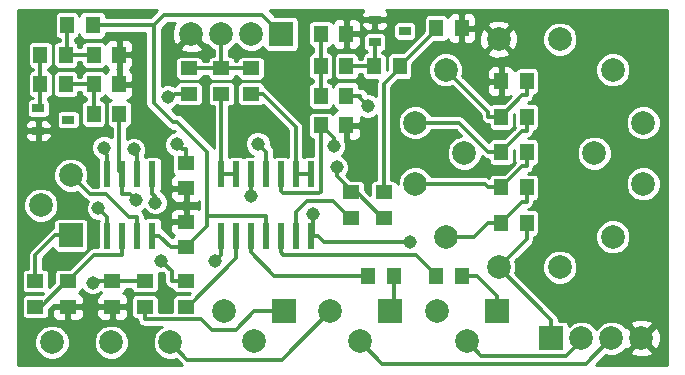
<source format=gtl>
G04 (created by PCBNEW (2013-07-07 BZR 4022)-stable) date 2014-06-17 1:34:36 PM*
%MOIN*%
G04 Gerber Fmt 3.4, Leading zero omitted, Abs format*
%FSLAX34Y34*%
G01*
G70*
G90*
G04 APERTURE LIST*
%ADD10C,0.00590551*%
%ADD11C,0.0787*%
%ADD12R,0.0394X0.0276*%
%ADD13R,0.055X0.045*%
%ADD14R,0.045X0.055*%
%ADD15R,0.0787X0.0787*%
%ADD16R,0.0236X0.0866*%
%ADD17C,0.0787402*%
%ADD18C,0.045*%
%ADD19C,0.012*%
%ADD20C,0.014*%
%ADD21C,0.01*%
G04 APERTURE END LIST*
G54D10*
G54D11*
X13543Y-19133D03*
X11574Y-19133D03*
X15511Y-19133D03*
G54D12*
X12114Y-11712D03*
X11114Y-12087D03*
X11114Y-11337D03*
G54D13*
X16043Y-15976D03*
X16043Y-15126D03*
X16043Y-14007D03*
X16043Y-13157D03*
X17224Y-10858D03*
X17224Y-10008D03*
G54D14*
X26543Y-15157D03*
X27393Y-15157D03*
X26543Y-13976D03*
X27393Y-13976D03*
X26543Y-12795D03*
X27393Y-12795D03*
X26543Y-11614D03*
X27393Y-11614D03*
X26543Y-10433D03*
X27393Y-10433D03*
X12960Y-11515D03*
X13810Y-11515D03*
X11189Y-9547D03*
X12039Y-9547D03*
X12960Y-9547D03*
X13810Y-9547D03*
G54D13*
X18208Y-10858D03*
X18208Y-10008D03*
G54D14*
X20539Y-11909D03*
X21389Y-11909D03*
G54D13*
X14665Y-17094D03*
X14665Y-17944D03*
G54D14*
X12960Y-10531D03*
X13810Y-10531D03*
G54D13*
X13582Y-17944D03*
X13582Y-17094D03*
G54D14*
X11189Y-10531D03*
X12039Y-10531D03*
X12075Y-8562D03*
X12925Y-8562D03*
G54D15*
X19216Y-8858D03*
G54D11*
X18216Y-8858D03*
X17216Y-8858D03*
X16216Y-8858D03*
G54D16*
X17200Y-15589D03*
X17700Y-15589D03*
X18200Y-15589D03*
X18700Y-15589D03*
X19200Y-15589D03*
X19700Y-15589D03*
X20200Y-15589D03*
X20200Y-13543D03*
X19700Y-13543D03*
X19200Y-13543D03*
X18700Y-13543D03*
X18200Y-13543D03*
X17700Y-13543D03*
X17200Y-13543D03*
G54D17*
X23677Y-11814D03*
X24696Y-10051D03*
X26460Y-9031D03*
X28500Y-9031D03*
X30263Y-10051D03*
X31283Y-11814D03*
X29645Y-12834D03*
X25314Y-12834D03*
X23677Y-13854D03*
X24696Y-15618D03*
X26460Y-16637D03*
X28500Y-16637D03*
X30263Y-15618D03*
X31283Y-13854D03*
G54D12*
X23334Y-8759D03*
X22334Y-9134D03*
X22334Y-8384D03*
G54D14*
X22311Y-9940D03*
X23161Y-9940D03*
X24378Y-8661D03*
X25228Y-8661D03*
G54D13*
X22637Y-14141D03*
X22637Y-14991D03*
G54D14*
X20539Y-9940D03*
X21389Y-9940D03*
X21389Y-10925D03*
X20539Y-10925D03*
X20539Y-8858D03*
X21389Y-8858D03*
G54D16*
X14923Y-13543D03*
X14423Y-13543D03*
X13923Y-13543D03*
X13423Y-13543D03*
X13423Y-15589D03*
X13923Y-15589D03*
X14423Y-15589D03*
X14923Y-15589D03*
G54D11*
X18307Y-19110D03*
X17307Y-18110D03*
G54D15*
X19307Y-18110D03*
G54D11*
X21850Y-19110D03*
X20850Y-18110D03*
G54D15*
X22850Y-18110D03*
G54D11*
X25393Y-19110D03*
X24393Y-18110D03*
G54D15*
X26393Y-18110D03*
G54D11*
X11204Y-14566D03*
X12204Y-13566D03*
G54D15*
X12204Y-15566D03*
G54D13*
X12106Y-17944D03*
X12106Y-17094D03*
X11023Y-17944D03*
X11023Y-17094D03*
X16141Y-10858D03*
X16141Y-10008D03*
G54D15*
X28224Y-18996D03*
G54D11*
X29224Y-18996D03*
X30224Y-18996D03*
X31224Y-18996D03*
G54D13*
X21555Y-14141D03*
X21555Y-14991D03*
X16043Y-17094D03*
X16043Y-17944D03*
G54D14*
X22114Y-16929D03*
X22964Y-16929D03*
X24378Y-16929D03*
X25228Y-16929D03*
G54D18*
X23523Y-15797D03*
X20275Y-14862D03*
X14386Y-14399D03*
X15216Y-16416D03*
X15022Y-14483D03*
X17013Y-16423D03*
X18433Y-12520D03*
X22096Y-11251D03*
X13306Y-12652D03*
X15746Y-12543D03*
X21065Y-13304D03*
X13119Y-14669D03*
X22047Y-13385D03*
X11102Y-12677D03*
X14468Y-9547D03*
X20964Y-12598D03*
X15425Y-10958D03*
X12931Y-17151D03*
X14302Y-12709D03*
X18208Y-14271D03*
G54D19*
X20646Y-15797D02*
X23523Y-15797D01*
X20438Y-15589D02*
X20646Y-15797D01*
X20200Y-15589D02*
X20438Y-15589D01*
X20275Y-15515D02*
X20200Y-15589D01*
X20275Y-14862D02*
X20275Y-15515D01*
X29224Y-19089D02*
X29224Y-18996D01*
X28724Y-19589D02*
X29224Y-19089D01*
X25873Y-19589D02*
X28724Y-19589D01*
X25393Y-19110D02*
X25873Y-19589D01*
G54D20*
X15311Y-8221D02*
X14970Y-8562D01*
X18580Y-8221D02*
X15311Y-8221D01*
X19216Y-8858D02*
X18580Y-8221D01*
X14970Y-8562D02*
X12925Y-8562D01*
X18700Y-14926D02*
X18700Y-15589D01*
X16747Y-14926D02*
X18700Y-14926D01*
X16747Y-12800D02*
X16747Y-14926D01*
X15747Y-11800D02*
X16747Y-12800D01*
X15610Y-11800D02*
X15747Y-11800D01*
X14970Y-11160D02*
X15610Y-11800D01*
X14970Y-8562D02*
X14970Y-11160D01*
X16747Y-15271D02*
X16043Y-15976D01*
X16747Y-14926D02*
X16747Y-15271D01*
X15151Y-15589D02*
X15538Y-15976D01*
X14923Y-15589D02*
X15151Y-15589D01*
X16043Y-15976D02*
X15538Y-15976D01*
G54D19*
X13810Y-13431D02*
X13923Y-13543D01*
X13810Y-11515D02*
X13810Y-13431D01*
X15568Y-16767D02*
X15216Y-16416D01*
X15568Y-17094D02*
X15568Y-16767D01*
X16043Y-17094D02*
X15568Y-17094D01*
X14164Y-14177D02*
X14386Y-14399D01*
X13923Y-14177D02*
X14164Y-14177D01*
X13923Y-13543D02*
X13923Y-14177D01*
X27393Y-15704D02*
X26460Y-16637D01*
X27393Y-15157D02*
X27393Y-15704D01*
X28224Y-18401D02*
X26460Y-16637D01*
X28224Y-18996D02*
X28224Y-18401D01*
X15022Y-14276D02*
X15022Y-14483D01*
X14923Y-14177D02*
X15022Y-14276D01*
X14923Y-13543D02*
X14923Y-14177D01*
X17200Y-16236D02*
X17013Y-16423D01*
X17200Y-15589D02*
X17200Y-16236D01*
X19248Y-19712D02*
X20850Y-18110D01*
X16090Y-19712D02*
X19248Y-19712D01*
X15511Y-19133D02*
X16090Y-19712D01*
X29369Y-19850D02*
X30224Y-18996D01*
X22590Y-19850D02*
X29369Y-19850D01*
X21850Y-19110D02*
X22590Y-19850D01*
G54D20*
X18700Y-12787D02*
X18700Y-13543D01*
X18433Y-12520D02*
X18700Y-12787D01*
X21844Y-11000D02*
X22096Y-11251D01*
X21844Y-10925D02*
X21844Y-11000D01*
X21389Y-10925D02*
X21844Y-10925D01*
X13306Y-12764D02*
X13306Y-12652D01*
X13423Y-12880D02*
X13306Y-12764D01*
X13423Y-13543D02*
X13423Y-12880D01*
X15905Y-12702D02*
X16043Y-12702D01*
X15746Y-12543D02*
X15905Y-12702D01*
X16043Y-13157D02*
X16043Y-12702D01*
G54D19*
X21555Y-14141D02*
X21600Y-14141D01*
X22587Y-14991D02*
X22637Y-14991D01*
X21737Y-14141D02*
X22587Y-14991D01*
X21600Y-14141D02*
X21737Y-14141D01*
X21065Y-13606D02*
X21065Y-13304D01*
X21600Y-14141D02*
X21065Y-13606D01*
X13406Y-14956D02*
X13119Y-14669D01*
X13423Y-14956D02*
X13406Y-14956D01*
X13423Y-15589D02*
X13423Y-14956D01*
X21389Y-11909D02*
X21389Y-12304D01*
X21389Y-12304D02*
X22047Y-12962D01*
X22047Y-12962D02*
X22047Y-13385D01*
X11114Y-12665D02*
X11102Y-12677D01*
X11114Y-12087D02*
X11114Y-12665D01*
X13810Y-9547D02*
X14468Y-9547D01*
G54D20*
X12106Y-17944D02*
X13582Y-17944D01*
G54D19*
X11189Y-11262D02*
X11114Y-11337D01*
X11189Y-10531D02*
X11189Y-11262D01*
X11189Y-9547D02*
X11189Y-10531D01*
X19200Y-14096D02*
X19200Y-13543D01*
X19280Y-14176D02*
X19200Y-14096D01*
X20478Y-14176D02*
X19280Y-14176D01*
X20539Y-14116D02*
X20478Y-14176D01*
X20539Y-11909D02*
X20539Y-14116D01*
X20964Y-12334D02*
X20539Y-11909D01*
X20964Y-12598D02*
X20964Y-12334D01*
X18307Y-18110D02*
X19307Y-18110D01*
X17693Y-18723D02*
X18307Y-18110D01*
X16897Y-18723D02*
X17693Y-18723D01*
X16543Y-18369D02*
X16897Y-18723D01*
X14665Y-18369D02*
X16543Y-18369D01*
X14665Y-17944D02*
X14665Y-18369D01*
X12960Y-10531D02*
X12960Y-11515D01*
X12960Y-10531D02*
X12039Y-10531D01*
X22334Y-9917D02*
X22311Y-9940D01*
X22334Y-9134D02*
X22334Y-9917D01*
X22311Y-9940D02*
X21389Y-9940D01*
X25138Y-11814D02*
X23677Y-11814D01*
X26118Y-12795D02*
X25138Y-11814D01*
X26543Y-12795D02*
X26118Y-12795D01*
X27249Y-12089D02*
X26543Y-12795D01*
X27393Y-12089D02*
X27249Y-12089D01*
X27393Y-11614D02*
X27393Y-12089D01*
X25996Y-13854D02*
X23677Y-13854D01*
X26118Y-13976D02*
X25996Y-13854D01*
X26543Y-13976D02*
X26118Y-13976D01*
X27249Y-13270D02*
X26543Y-13976D01*
X27393Y-13270D02*
X27249Y-13270D01*
X27393Y-12795D02*
X27393Y-13270D01*
X25657Y-15618D02*
X24696Y-15618D01*
X26118Y-15157D02*
X25657Y-15618D01*
X26543Y-15157D02*
X26118Y-15157D01*
X27249Y-14451D02*
X26543Y-15157D01*
X27393Y-14451D02*
X27249Y-14451D01*
X27393Y-13976D02*
X27393Y-14451D01*
X16093Y-17944D02*
X16043Y-17944D01*
X17700Y-16337D02*
X16093Y-17944D01*
X17700Y-15589D02*
X17700Y-16337D01*
X19200Y-16142D02*
X19200Y-15589D01*
X19280Y-16222D02*
X19200Y-16142D01*
X23721Y-16222D02*
X19280Y-16222D01*
X24378Y-16879D02*
X23721Y-16222D01*
X24378Y-16929D02*
X24378Y-16879D01*
X19700Y-14807D02*
X19700Y-15589D01*
X20071Y-14437D02*
X19700Y-14807D01*
X20950Y-14437D02*
X20071Y-14437D01*
X21505Y-14991D02*
X20950Y-14437D01*
X21555Y-14991D02*
X21505Y-14991D01*
X26393Y-17596D02*
X26393Y-18110D01*
X25726Y-16929D02*
X26393Y-17596D01*
X25228Y-16929D02*
X25726Y-16929D01*
X18200Y-16142D02*
X18200Y-15589D01*
X18987Y-16929D02*
X18200Y-16142D01*
X22114Y-16929D02*
X18987Y-16929D01*
X22964Y-17996D02*
X22850Y-18110D01*
X22964Y-16929D02*
X22964Y-17996D01*
X12960Y-9547D02*
X12039Y-9547D01*
X12075Y-9511D02*
X12039Y-9547D01*
X12075Y-8562D02*
X12075Y-9511D01*
X20539Y-10925D02*
X20539Y-9940D01*
X20539Y-9940D02*
X20539Y-8858D01*
X15565Y-10958D02*
X15425Y-10958D01*
X15666Y-10858D02*
X15565Y-10958D01*
X16141Y-10858D02*
X15666Y-10858D01*
X12834Y-14197D02*
X12204Y-13566D01*
X13365Y-14197D02*
X12834Y-14197D01*
X14125Y-14956D02*
X13365Y-14197D01*
X14423Y-14956D02*
X14125Y-14956D01*
X14423Y-15589D02*
X14423Y-14956D01*
X11691Y-15566D02*
X12204Y-15566D01*
X11023Y-16234D02*
X11691Y-15566D01*
X11023Y-17094D02*
X11023Y-16234D01*
X13582Y-17094D02*
X14665Y-17094D01*
X12987Y-17094D02*
X12931Y-17151D01*
X13582Y-17094D02*
X12987Y-17094D01*
X14423Y-12830D02*
X14423Y-13543D01*
X14302Y-12709D02*
X14423Y-12830D01*
X12106Y-17094D02*
X12093Y-17094D01*
X11206Y-17944D02*
X11023Y-17944D01*
X12056Y-17094D02*
X11206Y-17944D01*
X12093Y-17094D02*
X12056Y-17094D01*
X12965Y-16223D02*
X12093Y-17094D01*
X13923Y-16223D02*
X12965Y-16223D01*
X13923Y-15589D02*
X13923Y-16223D01*
X19700Y-13543D02*
X20200Y-13543D01*
X19700Y-11955D02*
X19700Y-13543D01*
X18603Y-10858D02*
X19700Y-11955D01*
X18208Y-10858D02*
X18603Y-10858D01*
X23161Y-9928D02*
X23161Y-9940D01*
X24378Y-8711D02*
X23161Y-9928D01*
X24378Y-8661D02*
X24378Y-8711D01*
X22637Y-10514D02*
X22637Y-14141D01*
X23161Y-9990D02*
X22637Y-10514D01*
X23161Y-9940D02*
X23161Y-9990D01*
X18200Y-14263D02*
X18208Y-14271D01*
X18200Y-13543D02*
X18200Y-14263D01*
X17224Y-13520D02*
X17200Y-13543D01*
X17224Y-10858D02*
X17224Y-13520D01*
X17700Y-13543D02*
X17200Y-13543D01*
X26118Y-11472D02*
X24696Y-10051D01*
X26118Y-11614D02*
X26118Y-11472D01*
X26543Y-11614D02*
X26118Y-11614D01*
X27249Y-10908D02*
X26543Y-11614D01*
X27393Y-10908D02*
X27249Y-10908D01*
X27393Y-10433D02*
X27393Y-10908D01*
X16141Y-10008D02*
X17224Y-10008D01*
X18208Y-10008D02*
X17224Y-10008D01*
X17224Y-8866D02*
X17216Y-8858D01*
X17224Y-10008D02*
X17224Y-8866D01*
G54D10*
G36*
X16174Y-17509D02*
X16154Y-17529D01*
X15730Y-17529D01*
X15660Y-17558D01*
X15607Y-17611D01*
X15578Y-17681D01*
X15578Y-17757D01*
X15578Y-18119D01*
X15130Y-18119D01*
X15130Y-17682D01*
X15101Y-17612D01*
X15048Y-17558D01*
X14978Y-17529D01*
X14902Y-17529D01*
X14352Y-17529D01*
X14282Y-17558D01*
X14229Y-17611D01*
X14200Y-17681D01*
X14200Y-17757D01*
X14200Y-18207D01*
X14229Y-18277D01*
X14282Y-18330D01*
X14352Y-18359D01*
X14415Y-18359D01*
X14415Y-18369D01*
X14434Y-18465D01*
X14488Y-18546D01*
X14569Y-18600D01*
X14665Y-18619D01*
X15227Y-18619D01*
X15181Y-18638D01*
X15017Y-18802D01*
X14928Y-19017D01*
X14928Y-19249D01*
X15016Y-19463D01*
X15180Y-19628D01*
X15395Y-19717D01*
X15627Y-19717D01*
X15708Y-19683D01*
X15903Y-19879D01*
X14126Y-19879D01*
X14126Y-19018D01*
X14107Y-18971D01*
X14107Y-18219D01*
X14107Y-18057D01*
X14045Y-17994D01*
X13632Y-17994D01*
X13632Y-18357D01*
X13695Y-18419D01*
X13808Y-18419D01*
X13907Y-18419D01*
X13999Y-18381D01*
X14069Y-18311D01*
X14107Y-18219D01*
X14107Y-18971D01*
X14038Y-18803D01*
X13874Y-18639D01*
X13659Y-18550D01*
X13532Y-18550D01*
X13532Y-18357D01*
X13532Y-17994D01*
X13120Y-17994D01*
X13057Y-18057D01*
X13057Y-18219D01*
X13095Y-18311D01*
X13165Y-18381D01*
X13257Y-18419D01*
X13357Y-18419D01*
X13470Y-18419D01*
X13532Y-18357D01*
X13532Y-18550D01*
X13427Y-18550D01*
X13213Y-18638D01*
X13048Y-18802D01*
X12959Y-19017D01*
X12959Y-19249D01*
X13048Y-19463D01*
X13212Y-19628D01*
X13426Y-19717D01*
X13658Y-19717D01*
X13873Y-19628D01*
X14037Y-19464D01*
X14126Y-19250D01*
X14126Y-19018D01*
X14126Y-19879D01*
X12631Y-19879D01*
X12631Y-18219D01*
X12631Y-18057D01*
X12568Y-17994D01*
X12156Y-17994D01*
X12156Y-18357D01*
X12218Y-18419D01*
X12331Y-18419D01*
X12431Y-18419D01*
X12523Y-18381D01*
X12593Y-18311D01*
X12631Y-18219D01*
X12631Y-19879D01*
X12598Y-19879D01*
X12158Y-19879D01*
X12158Y-19018D01*
X12069Y-18803D01*
X12056Y-18790D01*
X12056Y-18357D01*
X12056Y-17994D01*
X11643Y-17994D01*
X11581Y-18057D01*
X11581Y-18219D01*
X11619Y-18311D01*
X11689Y-18381D01*
X11781Y-18419D01*
X11880Y-18419D01*
X11993Y-18419D01*
X12056Y-18357D01*
X12056Y-18790D01*
X11905Y-18639D01*
X11691Y-18550D01*
X11459Y-18550D01*
X11244Y-18638D01*
X11080Y-18802D01*
X10991Y-19017D01*
X10991Y-19249D01*
X11079Y-19463D01*
X11243Y-19628D01*
X11458Y-19717D01*
X11690Y-19717D01*
X11904Y-19628D01*
X12069Y-19464D01*
X12158Y-19250D01*
X12158Y-19018D01*
X12158Y-19879D01*
X10435Y-19879D01*
X10435Y-8073D01*
X12598Y-8073D01*
X15063Y-8073D01*
X14854Y-8282D01*
X13360Y-8282D01*
X13360Y-8246D01*
X13328Y-8169D01*
X13269Y-8110D01*
X13191Y-8078D01*
X13108Y-8077D01*
X12658Y-8077D01*
X12581Y-8109D01*
X12522Y-8168D01*
X12490Y-8246D01*
X12490Y-8251D01*
X12490Y-8250D01*
X12461Y-8180D01*
X12407Y-8127D01*
X12337Y-8098D01*
X12262Y-8097D01*
X11812Y-8097D01*
X11742Y-8126D01*
X11689Y-8180D01*
X11660Y-8250D01*
X11659Y-8325D01*
X11659Y-8875D01*
X11688Y-8945D01*
X11742Y-8998D01*
X11812Y-9027D01*
X11825Y-9027D01*
X11825Y-9082D01*
X11776Y-9082D01*
X11706Y-9111D01*
X11653Y-9164D01*
X11624Y-9234D01*
X11624Y-9309D01*
X11624Y-9859D01*
X11653Y-9929D01*
X11706Y-9983D01*
X11776Y-10012D01*
X11851Y-10012D01*
X12301Y-10012D01*
X12371Y-9983D01*
X12425Y-9930D01*
X12454Y-9860D01*
X12454Y-9797D01*
X12545Y-9797D01*
X12545Y-9859D01*
X12574Y-9929D01*
X12628Y-9983D01*
X12697Y-10012D01*
X12773Y-10012D01*
X13223Y-10012D01*
X13293Y-9983D01*
X13346Y-9930D01*
X13353Y-9914D01*
X13374Y-9964D01*
X13444Y-10034D01*
X13456Y-10039D01*
X13444Y-10044D01*
X13374Y-10114D01*
X13353Y-10164D01*
X13346Y-10149D01*
X13293Y-10095D01*
X13223Y-10066D01*
X13148Y-10066D01*
X12698Y-10066D01*
X12628Y-10095D01*
X12574Y-10148D01*
X12545Y-10218D01*
X12545Y-10281D01*
X12454Y-10281D01*
X12454Y-10218D01*
X12425Y-10149D01*
X12371Y-10095D01*
X12302Y-10066D01*
X12226Y-10066D01*
X11776Y-10066D01*
X11706Y-10095D01*
X11653Y-10148D01*
X11624Y-10218D01*
X11624Y-10294D01*
X11624Y-10844D01*
X11653Y-10913D01*
X11706Y-10967D01*
X11776Y-10996D01*
X11851Y-10996D01*
X12301Y-10996D01*
X12371Y-10967D01*
X12425Y-10914D01*
X12454Y-10844D01*
X12454Y-10781D01*
X12545Y-10781D01*
X12545Y-10844D01*
X12574Y-10913D01*
X12628Y-10967D01*
X12697Y-10996D01*
X12710Y-10996D01*
X12710Y-11050D01*
X12698Y-11050D01*
X12628Y-11079D01*
X12574Y-11132D01*
X12545Y-11202D01*
X12545Y-11278D01*
X12545Y-11828D01*
X12574Y-11898D01*
X12628Y-11951D01*
X12697Y-11980D01*
X12773Y-11980D01*
X13223Y-11980D01*
X13293Y-11951D01*
X13346Y-11898D01*
X13375Y-11828D01*
X13375Y-11753D01*
X13375Y-11203D01*
X13346Y-11133D01*
X13293Y-11079D01*
X13223Y-11050D01*
X13210Y-11050D01*
X13210Y-10996D01*
X13223Y-10996D01*
X13293Y-10967D01*
X13346Y-10914D01*
X13353Y-10898D01*
X13374Y-10948D01*
X13444Y-11018D01*
X13535Y-11056D01*
X13478Y-11079D01*
X13424Y-11132D01*
X13395Y-11202D01*
X13395Y-11278D01*
X13395Y-11828D01*
X13424Y-11898D01*
X13478Y-11951D01*
X13547Y-11980D01*
X13560Y-11980D01*
X13560Y-12291D01*
X13553Y-12283D01*
X13393Y-12217D01*
X13220Y-12217D01*
X13060Y-12283D01*
X12938Y-12405D01*
X12871Y-12565D01*
X12871Y-12738D01*
X12937Y-12898D01*
X13060Y-13020D01*
X13107Y-13040D01*
X13095Y-13068D01*
X13095Y-13152D01*
X13095Y-13947D01*
X12938Y-13947D01*
X12754Y-13763D01*
X12788Y-13683D01*
X12788Y-13451D01*
X12699Y-13236D01*
X12535Y-13072D01*
X12501Y-13058D01*
X12501Y-11812D01*
X12501Y-11536D01*
X12472Y-11467D01*
X12418Y-11413D01*
X12349Y-11384D01*
X12273Y-11384D01*
X11879Y-11384D01*
X11809Y-11413D01*
X11756Y-11466D01*
X11727Y-11536D01*
X11727Y-11612D01*
X11727Y-11888D01*
X11756Y-11958D01*
X11809Y-12011D01*
X11879Y-12040D01*
X11954Y-12040D01*
X12348Y-12040D01*
X12418Y-12011D01*
X12472Y-11958D01*
X12501Y-11888D01*
X12501Y-11812D01*
X12501Y-13058D01*
X12321Y-12983D01*
X12089Y-12983D01*
X11874Y-13071D01*
X11710Y-13235D01*
X11621Y-13450D01*
X11621Y-13682D01*
X11709Y-13897D01*
X11873Y-14061D01*
X12088Y-14150D01*
X12320Y-14150D01*
X12401Y-14117D01*
X12658Y-14373D01*
X12739Y-14428D01*
X12767Y-14433D01*
X12767Y-14433D01*
X12704Y-14586D01*
X12704Y-14751D01*
X12767Y-14904D01*
X12883Y-15020D01*
X13036Y-15084D01*
X13129Y-15084D01*
X13115Y-15118D01*
X13115Y-15194D01*
X13115Y-15973D01*
X12965Y-15973D01*
X12965Y-15973D01*
X12946Y-15976D01*
X12869Y-15992D01*
X12788Y-16046D01*
X12788Y-16046D01*
X12155Y-16679D01*
X11793Y-16679D01*
X11723Y-16708D01*
X11670Y-16761D01*
X11641Y-16831D01*
X11641Y-16907D01*
X11641Y-17156D01*
X11488Y-17308D01*
X11488Y-17282D01*
X11488Y-16832D01*
X11459Y-16762D01*
X11406Y-16708D01*
X11336Y-16679D01*
X11273Y-16679D01*
X11273Y-16338D01*
X11621Y-15990D01*
X11621Y-15998D01*
X11650Y-16067D01*
X11703Y-16121D01*
X11773Y-16150D01*
X11848Y-16150D01*
X12635Y-16150D01*
X12705Y-16121D01*
X12759Y-16068D01*
X12788Y-15998D01*
X12788Y-15922D01*
X12788Y-15135D01*
X12759Y-15065D01*
X12705Y-15012D01*
X12636Y-14983D01*
X12560Y-14983D01*
X11788Y-14983D01*
X11788Y-14451D01*
X11699Y-14236D01*
X11604Y-14141D01*
X11604Y-10768D01*
X11604Y-10218D01*
X11575Y-10149D01*
X11521Y-10095D01*
X11452Y-10066D01*
X11439Y-10066D01*
X11439Y-10012D01*
X11451Y-10012D01*
X11521Y-9983D01*
X11575Y-9930D01*
X11604Y-9860D01*
X11604Y-9784D01*
X11604Y-9234D01*
X11575Y-9164D01*
X11521Y-9111D01*
X11452Y-9082D01*
X11376Y-9082D01*
X10926Y-9082D01*
X10856Y-9111D01*
X10803Y-9164D01*
X10774Y-9234D01*
X10774Y-9309D01*
X10774Y-9859D01*
X10803Y-9929D01*
X10856Y-9983D01*
X10926Y-10012D01*
X10939Y-10012D01*
X10939Y-10066D01*
X10926Y-10066D01*
X10856Y-10095D01*
X10803Y-10148D01*
X10774Y-10218D01*
X10774Y-10294D01*
X10774Y-10844D01*
X10803Y-10913D01*
X10856Y-10967D01*
X10926Y-10996D01*
X10939Y-10996D01*
X10939Y-11009D01*
X10879Y-11009D01*
X10809Y-11038D01*
X10756Y-11091D01*
X10727Y-11161D01*
X10727Y-11237D01*
X10727Y-11513D01*
X10756Y-11583D01*
X10809Y-11636D01*
X10879Y-11665D01*
X10954Y-11665D01*
X11348Y-11665D01*
X11418Y-11636D01*
X11472Y-11583D01*
X11501Y-11513D01*
X11501Y-11437D01*
X11501Y-11161D01*
X11472Y-11092D01*
X11439Y-11058D01*
X11439Y-10996D01*
X11451Y-10996D01*
X11521Y-10967D01*
X11575Y-10914D01*
X11604Y-10844D01*
X11604Y-10768D01*
X11604Y-14141D01*
X11561Y-14098D01*
X11561Y-12275D01*
X11561Y-11900D01*
X11523Y-11808D01*
X11452Y-11737D01*
X11361Y-11699D01*
X11261Y-11699D01*
X11226Y-11699D01*
X11164Y-11762D01*
X11164Y-12037D01*
X11498Y-12037D01*
X11561Y-11975D01*
X11561Y-11900D01*
X11561Y-12275D01*
X11561Y-12200D01*
X11498Y-12137D01*
X11164Y-12137D01*
X11164Y-12413D01*
X11226Y-12475D01*
X11261Y-12475D01*
X11361Y-12475D01*
X11452Y-12437D01*
X11523Y-12367D01*
X11561Y-12275D01*
X11561Y-14098D01*
X11535Y-14072D01*
X11321Y-13983D01*
X11089Y-13983D01*
X11064Y-13993D01*
X11064Y-12413D01*
X11064Y-12137D01*
X11064Y-12037D01*
X11064Y-11762D01*
X11001Y-11699D01*
X10966Y-11699D01*
X10867Y-11699D01*
X10775Y-11737D01*
X10705Y-11808D01*
X10667Y-11900D01*
X10667Y-11975D01*
X10729Y-12037D01*
X11064Y-12037D01*
X11064Y-12137D01*
X10729Y-12137D01*
X10667Y-12200D01*
X10667Y-12275D01*
X10705Y-12367D01*
X10775Y-12437D01*
X10867Y-12475D01*
X10966Y-12475D01*
X11001Y-12475D01*
X11064Y-12413D01*
X11064Y-13993D01*
X10874Y-14071D01*
X10710Y-14235D01*
X10621Y-14450D01*
X10621Y-14682D01*
X10709Y-14897D01*
X10873Y-15061D01*
X11088Y-15150D01*
X11320Y-15150D01*
X11534Y-15061D01*
X11699Y-14897D01*
X11788Y-14683D01*
X11788Y-14451D01*
X11788Y-14983D01*
X11773Y-14983D01*
X11703Y-15012D01*
X11650Y-15065D01*
X11621Y-15135D01*
X11621Y-15211D01*
X11621Y-15330D01*
X11595Y-15335D01*
X11514Y-15390D01*
X11514Y-15390D01*
X10846Y-16057D01*
X10792Y-16138D01*
X10773Y-16234D01*
X10773Y-16679D01*
X10710Y-16679D01*
X10641Y-16708D01*
X10587Y-16761D01*
X10558Y-16831D01*
X10558Y-16907D01*
X10558Y-17357D01*
X10587Y-17427D01*
X10640Y-17480D01*
X10710Y-17509D01*
X10786Y-17509D01*
X11287Y-17509D01*
X11267Y-17529D01*
X11260Y-17529D01*
X10710Y-17529D01*
X10641Y-17558D01*
X10587Y-17611D01*
X10558Y-17681D01*
X10558Y-17757D01*
X10558Y-18207D01*
X10587Y-18277D01*
X10640Y-18330D01*
X10710Y-18359D01*
X10786Y-18359D01*
X11336Y-18359D01*
X11406Y-18330D01*
X11459Y-18277D01*
X11488Y-18207D01*
X11488Y-18132D01*
X11488Y-18015D01*
X11626Y-17877D01*
X11643Y-17894D01*
X12056Y-17894D01*
X12056Y-17886D01*
X12156Y-17886D01*
X12156Y-17894D01*
X12568Y-17894D01*
X12631Y-17832D01*
X12631Y-17670D01*
X12593Y-17578D01*
X12523Y-17507D01*
X12473Y-17487D01*
X12488Y-17480D01*
X12542Y-17427D01*
X12569Y-17362D01*
X12579Y-17386D01*
X12695Y-17503D01*
X12848Y-17566D01*
X13013Y-17566D01*
X13165Y-17503D01*
X13194Y-17475D01*
X13199Y-17480D01*
X13215Y-17487D01*
X13165Y-17507D01*
X13095Y-17578D01*
X13057Y-17670D01*
X13057Y-17832D01*
X13120Y-17894D01*
X13532Y-17894D01*
X13532Y-17886D01*
X13632Y-17886D01*
X13632Y-17894D01*
X14045Y-17894D01*
X14107Y-17832D01*
X14107Y-17670D01*
X14069Y-17578D01*
X13999Y-17507D01*
X13949Y-17487D01*
X13965Y-17480D01*
X14018Y-17427D01*
X14047Y-17357D01*
X14047Y-17344D01*
X14200Y-17344D01*
X14200Y-17357D01*
X14229Y-17427D01*
X14282Y-17480D01*
X14352Y-17509D01*
X14427Y-17509D01*
X14977Y-17509D01*
X15047Y-17480D01*
X15101Y-17427D01*
X15130Y-17357D01*
X15130Y-17282D01*
X15130Y-16832D01*
X15129Y-16829D01*
X15133Y-16831D01*
X15278Y-16831D01*
X15318Y-16871D01*
X15318Y-17094D01*
X15337Y-17190D01*
X15391Y-17271D01*
X15472Y-17325D01*
X15568Y-17344D01*
X15578Y-17344D01*
X15578Y-17357D01*
X15607Y-17427D01*
X15660Y-17480D01*
X15730Y-17509D01*
X15805Y-17509D01*
X16174Y-17509D01*
X16174Y-17509D01*
G37*
G54D21*
X16174Y-17509D02*
X16154Y-17529D01*
X15730Y-17529D01*
X15660Y-17558D01*
X15607Y-17611D01*
X15578Y-17681D01*
X15578Y-17757D01*
X15578Y-18119D01*
X15130Y-18119D01*
X15130Y-17682D01*
X15101Y-17612D01*
X15048Y-17558D01*
X14978Y-17529D01*
X14902Y-17529D01*
X14352Y-17529D01*
X14282Y-17558D01*
X14229Y-17611D01*
X14200Y-17681D01*
X14200Y-17757D01*
X14200Y-18207D01*
X14229Y-18277D01*
X14282Y-18330D01*
X14352Y-18359D01*
X14415Y-18359D01*
X14415Y-18369D01*
X14434Y-18465D01*
X14488Y-18546D01*
X14569Y-18600D01*
X14665Y-18619D01*
X15227Y-18619D01*
X15181Y-18638D01*
X15017Y-18802D01*
X14928Y-19017D01*
X14928Y-19249D01*
X15016Y-19463D01*
X15180Y-19628D01*
X15395Y-19717D01*
X15627Y-19717D01*
X15708Y-19683D01*
X15903Y-19879D01*
X14126Y-19879D01*
X14126Y-19018D01*
X14107Y-18971D01*
X14107Y-18219D01*
X14107Y-18057D01*
X14045Y-17994D01*
X13632Y-17994D01*
X13632Y-18357D01*
X13695Y-18419D01*
X13808Y-18419D01*
X13907Y-18419D01*
X13999Y-18381D01*
X14069Y-18311D01*
X14107Y-18219D01*
X14107Y-18971D01*
X14038Y-18803D01*
X13874Y-18639D01*
X13659Y-18550D01*
X13532Y-18550D01*
X13532Y-18357D01*
X13532Y-17994D01*
X13120Y-17994D01*
X13057Y-18057D01*
X13057Y-18219D01*
X13095Y-18311D01*
X13165Y-18381D01*
X13257Y-18419D01*
X13357Y-18419D01*
X13470Y-18419D01*
X13532Y-18357D01*
X13532Y-18550D01*
X13427Y-18550D01*
X13213Y-18638D01*
X13048Y-18802D01*
X12959Y-19017D01*
X12959Y-19249D01*
X13048Y-19463D01*
X13212Y-19628D01*
X13426Y-19717D01*
X13658Y-19717D01*
X13873Y-19628D01*
X14037Y-19464D01*
X14126Y-19250D01*
X14126Y-19018D01*
X14126Y-19879D01*
X12631Y-19879D01*
X12631Y-18219D01*
X12631Y-18057D01*
X12568Y-17994D01*
X12156Y-17994D01*
X12156Y-18357D01*
X12218Y-18419D01*
X12331Y-18419D01*
X12431Y-18419D01*
X12523Y-18381D01*
X12593Y-18311D01*
X12631Y-18219D01*
X12631Y-19879D01*
X12598Y-19879D01*
X12158Y-19879D01*
X12158Y-19018D01*
X12069Y-18803D01*
X12056Y-18790D01*
X12056Y-18357D01*
X12056Y-17994D01*
X11643Y-17994D01*
X11581Y-18057D01*
X11581Y-18219D01*
X11619Y-18311D01*
X11689Y-18381D01*
X11781Y-18419D01*
X11880Y-18419D01*
X11993Y-18419D01*
X12056Y-18357D01*
X12056Y-18790D01*
X11905Y-18639D01*
X11691Y-18550D01*
X11459Y-18550D01*
X11244Y-18638D01*
X11080Y-18802D01*
X10991Y-19017D01*
X10991Y-19249D01*
X11079Y-19463D01*
X11243Y-19628D01*
X11458Y-19717D01*
X11690Y-19717D01*
X11904Y-19628D01*
X12069Y-19464D01*
X12158Y-19250D01*
X12158Y-19018D01*
X12158Y-19879D01*
X10435Y-19879D01*
X10435Y-8073D01*
X12598Y-8073D01*
X15063Y-8073D01*
X14854Y-8282D01*
X13360Y-8282D01*
X13360Y-8246D01*
X13328Y-8169D01*
X13269Y-8110D01*
X13191Y-8078D01*
X13108Y-8077D01*
X12658Y-8077D01*
X12581Y-8109D01*
X12522Y-8168D01*
X12490Y-8246D01*
X12490Y-8251D01*
X12490Y-8250D01*
X12461Y-8180D01*
X12407Y-8127D01*
X12337Y-8098D01*
X12262Y-8097D01*
X11812Y-8097D01*
X11742Y-8126D01*
X11689Y-8180D01*
X11660Y-8250D01*
X11659Y-8325D01*
X11659Y-8875D01*
X11688Y-8945D01*
X11742Y-8998D01*
X11812Y-9027D01*
X11825Y-9027D01*
X11825Y-9082D01*
X11776Y-9082D01*
X11706Y-9111D01*
X11653Y-9164D01*
X11624Y-9234D01*
X11624Y-9309D01*
X11624Y-9859D01*
X11653Y-9929D01*
X11706Y-9983D01*
X11776Y-10012D01*
X11851Y-10012D01*
X12301Y-10012D01*
X12371Y-9983D01*
X12425Y-9930D01*
X12454Y-9860D01*
X12454Y-9797D01*
X12545Y-9797D01*
X12545Y-9859D01*
X12574Y-9929D01*
X12628Y-9983D01*
X12697Y-10012D01*
X12773Y-10012D01*
X13223Y-10012D01*
X13293Y-9983D01*
X13346Y-9930D01*
X13353Y-9914D01*
X13374Y-9964D01*
X13444Y-10034D01*
X13456Y-10039D01*
X13444Y-10044D01*
X13374Y-10114D01*
X13353Y-10164D01*
X13346Y-10149D01*
X13293Y-10095D01*
X13223Y-10066D01*
X13148Y-10066D01*
X12698Y-10066D01*
X12628Y-10095D01*
X12574Y-10148D01*
X12545Y-10218D01*
X12545Y-10281D01*
X12454Y-10281D01*
X12454Y-10218D01*
X12425Y-10149D01*
X12371Y-10095D01*
X12302Y-10066D01*
X12226Y-10066D01*
X11776Y-10066D01*
X11706Y-10095D01*
X11653Y-10148D01*
X11624Y-10218D01*
X11624Y-10294D01*
X11624Y-10844D01*
X11653Y-10913D01*
X11706Y-10967D01*
X11776Y-10996D01*
X11851Y-10996D01*
X12301Y-10996D01*
X12371Y-10967D01*
X12425Y-10914D01*
X12454Y-10844D01*
X12454Y-10781D01*
X12545Y-10781D01*
X12545Y-10844D01*
X12574Y-10913D01*
X12628Y-10967D01*
X12697Y-10996D01*
X12710Y-10996D01*
X12710Y-11050D01*
X12698Y-11050D01*
X12628Y-11079D01*
X12574Y-11132D01*
X12545Y-11202D01*
X12545Y-11278D01*
X12545Y-11828D01*
X12574Y-11898D01*
X12628Y-11951D01*
X12697Y-11980D01*
X12773Y-11980D01*
X13223Y-11980D01*
X13293Y-11951D01*
X13346Y-11898D01*
X13375Y-11828D01*
X13375Y-11753D01*
X13375Y-11203D01*
X13346Y-11133D01*
X13293Y-11079D01*
X13223Y-11050D01*
X13210Y-11050D01*
X13210Y-10996D01*
X13223Y-10996D01*
X13293Y-10967D01*
X13346Y-10914D01*
X13353Y-10898D01*
X13374Y-10948D01*
X13444Y-11018D01*
X13535Y-11056D01*
X13478Y-11079D01*
X13424Y-11132D01*
X13395Y-11202D01*
X13395Y-11278D01*
X13395Y-11828D01*
X13424Y-11898D01*
X13478Y-11951D01*
X13547Y-11980D01*
X13560Y-11980D01*
X13560Y-12291D01*
X13553Y-12283D01*
X13393Y-12217D01*
X13220Y-12217D01*
X13060Y-12283D01*
X12938Y-12405D01*
X12871Y-12565D01*
X12871Y-12738D01*
X12937Y-12898D01*
X13060Y-13020D01*
X13107Y-13040D01*
X13095Y-13068D01*
X13095Y-13152D01*
X13095Y-13947D01*
X12938Y-13947D01*
X12754Y-13763D01*
X12788Y-13683D01*
X12788Y-13451D01*
X12699Y-13236D01*
X12535Y-13072D01*
X12501Y-13058D01*
X12501Y-11812D01*
X12501Y-11536D01*
X12472Y-11467D01*
X12418Y-11413D01*
X12349Y-11384D01*
X12273Y-11384D01*
X11879Y-11384D01*
X11809Y-11413D01*
X11756Y-11466D01*
X11727Y-11536D01*
X11727Y-11612D01*
X11727Y-11888D01*
X11756Y-11958D01*
X11809Y-12011D01*
X11879Y-12040D01*
X11954Y-12040D01*
X12348Y-12040D01*
X12418Y-12011D01*
X12472Y-11958D01*
X12501Y-11888D01*
X12501Y-11812D01*
X12501Y-13058D01*
X12321Y-12983D01*
X12089Y-12983D01*
X11874Y-13071D01*
X11710Y-13235D01*
X11621Y-13450D01*
X11621Y-13682D01*
X11709Y-13897D01*
X11873Y-14061D01*
X12088Y-14150D01*
X12320Y-14150D01*
X12401Y-14117D01*
X12658Y-14373D01*
X12739Y-14428D01*
X12767Y-14433D01*
X12767Y-14433D01*
X12704Y-14586D01*
X12704Y-14751D01*
X12767Y-14904D01*
X12883Y-15020D01*
X13036Y-15084D01*
X13129Y-15084D01*
X13115Y-15118D01*
X13115Y-15194D01*
X13115Y-15973D01*
X12965Y-15973D01*
X12965Y-15973D01*
X12946Y-15976D01*
X12869Y-15992D01*
X12788Y-16046D01*
X12788Y-16046D01*
X12155Y-16679D01*
X11793Y-16679D01*
X11723Y-16708D01*
X11670Y-16761D01*
X11641Y-16831D01*
X11641Y-16907D01*
X11641Y-17156D01*
X11488Y-17308D01*
X11488Y-17282D01*
X11488Y-16832D01*
X11459Y-16762D01*
X11406Y-16708D01*
X11336Y-16679D01*
X11273Y-16679D01*
X11273Y-16338D01*
X11621Y-15990D01*
X11621Y-15998D01*
X11650Y-16067D01*
X11703Y-16121D01*
X11773Y-16150D01*
X11848Y-16150D01*
X12635Y-16150D01*
X12705Y-16121D01*
X12759Y-16068D01*
X12788Y-15998D01*
X12788Y-15922D01*
X12788Y-15135D01*
X12759Y-15065D01*
X12705Y-15012D01*
X12636Y-14983D01*
X12560Y-14983D01*
X11788Y-14983D01*
X11788Y-14451D01*
X11699Y-14236D01*
X11604Y-14141D01*
X11604Y-10768D01*
X11604Y-10218D01*
X11575Y-10149D01*
X11521Y-10095D01*
X11452Y-10066D01*
X11439Y-10066D01*
X11439Y-10012D01*
X11451Y-10012D01*
X11521Y-9983D01*
X11575Y-9930D01*
X11604Y-9860D01*
X11604Y-9784D01*
X11604Y-9234D01*
X11575Y-9164D01*
X11521Y-9111D01*
X11452Y-9082D01*
X11376Y-9082D01*
X10926Y-9082D01*
X10856Y-9111D01*
X10803Y-9164D01*
X10774Y-9234D01*
X10774Y-9309D01*
X10774Y-9859D01*
X10803Y-9929D01*
X10856Y-9983D01*
X10926Y-10012D01*
X10939Y-10012D01*
X10939Y-10066D01*
X10926Y-10066D01*
X10856Y-10095D01*
X10803Y-10148D01*
X10774Y-10218D01*
X10774Y-10294D01*
X10774Y-10844D01*
X10803Y-10913D01*
X10856Y-10967D01*
X10926Y-10996D01*
X10939Y-10996D01*
X10939Y-11009D01*
X10879Y-11009D01*
X10809Y-11038D01*
X10756Y-11091D01*
X10727Y-11161D01*
X10727Y-11237D01*
X10727Y-11513D01*
X10756Y-11583D01*
X10809Y-11636D01*
X10879Y-11665D01*
X10954Y-11665D01*
X11348Y-11665D01*
X11418Y-11636D01*
X11472Y-11583D01*
X11501Y-11513D01*
X11501Y-11437D01*
X11501Y-11161D01*
X11472Y-11092D01*
X11439Y-11058D01*
X11439Y-10996D01*
X11451Y-10996D01*
X11521Y-10967D01*
X11575Y-10914D01*
X11604Y-10844D01*
X11604Y-10768D01*
X11604Y-14141D01*
X11561Y-14098D01*
X11561Y-12275D01*
X11561Y-11900D01*
X11523Y-11808D01*
X11452Y-11737D01*
X11361Y-11699D01*
X11261Y-11699D01*
X11226Y-11699D01*
X11164Y-11762D01*
X11164Y-12037D01*
X11498Y-12037D01*
X11561Y-11975D01*
X11561Y-11900D01*
X11561Y-12275D01*
X11561Y-12200D01*
X11498Y-12137D01*
X11164Y-12137D01*
X11164Y-12413D01*
X11226Y-12475D01*
X11261Y-12475D01*
X11361Y-12475D01*
X11452Y-12437D01*
X11523Y-12367D01*
X11561Y-12275D01*
X11561Y-14098D01*
X11535Y-14072D01*
X11321Y-13983D01*
X11089Y-13983D01*
X11064Y-13993D01*
X11064Y-12413D01*
X11064Y-12137D01*
X11064Y-12037D01*
X11064Y-11762D01*
X11001Y-11699D01*
X10966Y-11699D01*
X10867Y-11699D01*
X10775Y-11737D01*
X10705Y-11808D01*
X10667Y-11900D01*
X10667Y-11975D01*
X10729Y-12037D01*
X11064Y-12037D01*
X11064Y-12137D01*
X10729Y-12137D01*
X10667Y-12200D01*
X10667Y-12275D01*
X10705Y-12367D01*
X10775Y-12437D01*
X10867Y-12475D01*
X10966Y-12475D01*
X11001Y-12475D01*
X11064Y-12413D01*
X11064Y-13993D01*
X10874Y-14071D01*
X10710Y-14235D01*
X10621Y-14450D01*
X10621Y-14682D01*
X10709Y-14897D01*
X10873Y-15061D01*
X11088Y-15150D01*
X11320Y-15150D01*
X11534Y-15061D01*
X11699Y-14897D01*
X11788Y-14683D01*
X11788Y-14451D01*
X11788Y-14983D01*
X11773Y-14983D01*
X11703Y-15012D01*
X11650Y-15065D01*
X11621Y-15135D01*
X11621Y-15211D01*
X11621Y-15330D01*
X11595Y-15335D01*
X11514Y-15390D01*
X11514Y-15390D01*
X10846Y-16057D01*
X10792Y-16138D01*
X10773Y-16234D01*
X10773Y-16679D01*
X10710Y-16679D01*
X10641Y-16708D01*
X10587Y-16761D01*
X10558Y-16831D01*
X10558Y-16907D01*
X10558Y-17357D01*
X10587Y-17427D01*
X10640Y-17480D01*
X10710Y-17509D01*
X10786Y-17509D01*
X11287Y-17509D01*
X11267Y-17529D01*
X11260Y-17529D01*
X10710Y-17529D01*
X10641Y-17558D01*
X10587Y-17611D01*
X10558Y-17681D01*
X10558Y-17757D01*
X10558Y-18207D01*
X10587Y-18277D01*
X10640Y-18330D01*
X10710Y-18359D01*
X10786Y-18359D01*
X11336Y-18359D01*
X11406Y-18330D01*
X11459Y-18277D01*
X11488Y-18207D01*
X11488Y-18132D01*
X11488Y-18015D01*
X11626Y-17877D01*
X11643Y-17894D01*
X12056Y-17894D01*
X12056Y-17886D01*
X12156Y-17886D01*
X12156Y-17894D01*
X12568Y-17894D01*
X12631Y-17832D01*
X12631Y-17670D01*
X12593Y-17578D01*
X12523Y-17507D01*
X12473Y-17487D01*
X12488Y-17480D01*
X12542Y-17427D01*
X12569Y-17362D01*
X12579Y-17386D01*
X12695Y-17503D01*
X12848Y-17566D01*
X13013Y-17566D01*
X13165Y-17503D01*
X13194Y-17475D01*
X13199Y-17480D01*
X13215Y-17487D01*
X13165Y-17507D01*
X13095Y-17578D01*
X13057Y-17670D01*
X13057Y-17832D01*
X13120Y-17894D01*
X13532Y-17894D01*
X13532Y-17886D01*
X13632Y-17886D01*
X13632Y-17894D01*
X14045Y-17894D01*
X14107Y-17832D01*
X14107Y-17670D01*
X14069Y-17578D01*
X13999Y-17507D01*
X13949Y-17487D01*
X13965Y-17480D01*
X14018Y-17427D01*
X14047Y-17357D01*
X14047Y-17344D01*
X14200Y-17344D01*
X14200Y-17357D01*
X14229Y-17427D01*
X14282Y-17480D01*
X14352Y-17509D01*
X14427Y-17509D01*
X14977Y-17509D01*
X15047Y-17480D01*
X15101Y-17427D01*
X15130Y-17357D01*
X15130Y-17282D01*
X15130Y-16832D01*
X15129Y-16829D01*
X15133Y-16831D01*
X15278Y-16831D01*
X15318Y-16871D01*
X15318Y-17094D01*
X15337Y-17190D01*
X15391Y-17271D01*
X15472Y-17325D01*
X15568Y-17344D01*
X15578Y-17344D01*
X15578Y-17357D01*
X15607Y-17427D01*
X15660Y-17480D01*
X15730Y-17509D01*
X15805Y-17509D01*
X16174Y-17509D01*
G54D10*
G36*
X16467Y-14697D02*
X16460Y-14689D01*
X16368Y-14651D01*
X16268Y-14651D01*
X16155Y-14651D01*
X16093Y-14713D01*
X16093Y-15076D01*
X16101Y-15076D01*
X16101Y-15176D01*
X16093Y-15176D01*
X16093Y-15184D01*
X15993Y-15184D01*
X15993Y-15176D01*
X15993Y-15076D01*
X15993Y-14713D01*
X15993Y-14420D01*
X15993Y-14057D01*
X15580Y-14057D01*
X15518Y-14120D01*
X15518Y-14282D01*
X15556Y-14374D01*
X15626Y-14444D01*
X15718Y-14482D01*
X15817Y-14482D01*
X15930Y-14482D01*
X15993Y-14420D01*
X15993Y-14713D01*
X15930Y-14651D01*
X15817Y-14651D01*
X15718Y-14651D01*
X15626Y-14689D01*
X15556Y-14759D01*
X15518Y-14851D01*
X15518Y-15013D01*
X15580Y-15076D01*
X15993Y-15076D01*
X15993Y-15176D01*
X15580Y-15176D01*
X15518Y-15238D01*
X15518Y-15400D01*
X15556Y-15492D01*
X15626Y-15562D01*
X15650Y-15572D01*
X15649Y-15573D01*
X15590Y-15632D01*
X15590Y-15632D01*
X15349Y-15391D01*
X15259Y-15331D01*
X15251Y-15329D01*
X15251Y-15115D01*
X15219Y-15038D01*
X15160Y-14979D01*
X15083Y-14946D01*
X14999Y-14946D01*
X14763Y-14946D01*
X14686Y-14978D01*
X14673Y-14991D01*
X14673Y-14956D01*
X14654Y-14861D01*
X14600Y-14780D01*
X14581Y-14767D01*
X14621Y-14751D01*
X14665Y-14706D01*
X14670Y-14718D01*
X14787Y-14835D01*
X14939Y-14898D01*
X15104Y-14898D01*
X15257Y-14835D01*
X15374Y-14719D01*
X15437Y-14566D01*
X15437Y-14401D01*
X15374Y-14249D01*
X15258Y-14132D01*
X15206Y-14110D01*
X15199Y-14099D01*
X15199Y-14099D01*
X15193Y-14093D01*
X15202Y-14084D01*
X15231Y-14014D01*
X15231Y-13939D01*
X15231Y-13073D01*
X15202Y-13003D01*
X15148Y-12949D01*
X15079Y-12920D01*
X15003Y-12920D01*
X14767Y-12920D01*
X14697Y-12949D01*
X14673Y-12974D01*
X14673Y-12974D01*
X14673Y-12899D01*
X14717Y-12792D01*
X14717Y-12627D01*
X14654Y-12474D01*
X14538Y-12358D01*
X14385Y-12294D01*
X14220Y-12294D01*
X14067Y-12357D01*
X14060Y-12364D01*
X14060Y-11980D01*
X14073Y-11980D01*
X14143Y-11951D01*
X14196Y-11898D01*
X14225Y-11828D01*
X14225Y-11753D01*
X14225Y-11203D01*
X14196Y-11133D01*
X14143Y-11079D01*
X14086Y-11056D01*
X14177Y-11018D01*
X14247Y-10948D01*
X14285Y-10856D01*
X14285Y-10756D01*
X14285Y-10306D01*
X14285Y-10206D01*
X14247Y-10114D01*
X14177Y-10044D01*
X14165Y-10039D01*
X14177Y-10034D01*
X14247Y-9964D01*
X14285Y-9872D01*
X14285Y-9772D01*
X14285Y-9321D01*
X14285Y-9222D01*
X14247Y-9130D01*
X14177Y-9060D01*
X14085Y-9022D01*
X13923Y-9022D01*
X13860Y-9084D01*
X13860Y-9497D01*
X14223Y-9497D01*
X14285Y-9434D01*
X14285Y-9321D01*
X14285Y-9772D01*
X14285Y-9659D01*
X14223Y-9597D01*
X13860Y-9597D01*
X13860Y-10009D01*
X13890Y-10039D01*
X13860Y-10068D01*
X13860Y-10481D01*
X14223Y-10481D01*
X14285Y-10418D01*
X14285Y-10306D01*
X14285Y-10756D01*
X14285Y-10643D01*
X14223Y-10581D01*
X13860Y-10581D01*
X13860Y-10589D01*
X13760Y-10589D01*
X13760Y-10581D01*
X13752Y-10581D01*
X13752Y-10481D01*
X13760Y-10481D01*
X13760Y-10068D01*
X13731Y-10039D01*
X13760Y-10009D01*
X13760Y-9597D01*
X13752Y-9597D01*
X13752Y-9497D01*
X13760Y-9497D01*
X13760Y-9084D01*
X13698Y-9022D01*
X13536Y-9022D01*
X13444Y-9060D01*
X13374Y-9130D01*
X13353Y-9180D01*
X13346Y-9164D01*
X13293Y-9111D01*
X13223Y-9082D01*
X13148Y-9082D01*
X12698Y-9082D01*
X12628Y-9111D01*
X12574Y-9164D01*
X12545Y-9234D01*
X12545Y-9297D01*
X12454Y-9297D01*
X12454Y-9234D01*
X12425Y-9164D01*
X12371Y-9111D01*
X12325Y-9091D01*
X12325Y-9028D01*
X12337Y-9028D01*
X12407Y-8999D01*
X12460Y-8945D01*
X12489Y-8875D01*
X12489Y-8879D01*
X12521Y-8956D01*
X12580Y-9015D01*
X12658Y-9047D01*
X12741Y-9048D01*
X13191Y-9048D01*
X13268Y-9016D01*
X13327Y-8957D01*
X13359Y-8879D01*
X13359Y-8842D01*
X14690Y-8842D01*
X14690Y-11160D01*
X14711Y-11267D01*
X14772Y-11358D01*
X15412Y-11998D01*
X15412Y-11998D01*
X15473Y-12039D01*
X15503Y-12059D01*
X15503Y-12059D01*
X15610Y-12080D01*
X15610Y-12080D01*
X15631Y-12080D01*
X15659Y-12108D01*
X15500Y-12174D01*
X15378Y-12296D01*
X15312Y-12456D01*
X15311Y-12629D01*
X15377Y-12789D01*
X15500Y-12912D01*
X15558Y-12936D01*
X15558Y-12974D01*
X15558Y-13424D01*
X15590Y-13501D01*
X15649Y-13560D01*
X15650Y-13561D01*
X15626Y-13570D01*
X15556Y-13641D01*
X15518Y-13733D01*
X15518Y-13895D01*
X15580Y-13957D01*
X15993Y-13957D01*
X15993Y-13949D01*
X16093Y-13949D01*
X16093Y-13957D01*
X16101Y-13957D01*
X16101Y-14057D01*
X16093Y-14057D01*
X16093Y-14420D01*
X16155Y-14482D01*
X16268Y-14482D01*
X16368Y-14482D01*
X16460Y-14444D01*
X16467Y-14436D01*
X16467Y-14697D01*
X16467Y-14697D01*
G37*
G54D21*
X16467Y-14697D02*
X16460Y-14689D01*
X16368Y-14651D01*
X16268Y-14651D01*
X16155Y-14651D01*
X16093Y-14713D01*
X16093Y-15076D01*
X16101Y-15076D01*
X16101Y-15176D01*
X16093Y-15176D01*
X16093Y-15184D01*
X15993Y-15184D01*
X15993Y-15176D01*
X15993Y-15076D01*
X15993Y-14713D01*
X15993Y-14420D01*
X15993Y-14057D01*
X15580Y-14057D01*
X15518Y-14120D01*
X15518Y-14282D01*
X15556Y-14374D01*
X15626Y-14444D01*
X15718Y-14482D01*
X15817Y-14482D01*
X15930Y-14482D01*
X15993Y-14420D01*
X15993Y-14713D01*
X15930Y-14651D01*
X15817Y-14651D01*
X15718Y-14651D01*
X15626Y-14689D01*
X15556Y-14759D01*
X15518Y-14851D01*
X15518Y-15013D01*
X15580Y-15076D01*
X15993Y-15076D01*
X15993Y-15176D01*
X15580Y-15176D01*
X15518Y-15238D01*
X15518Y-15400D01*
X15556Y-15492D01*
X15626Y-15562D01*
X15650Y-15572D01*
X15649Y-15573D01*
X15590Y-15632D01*
X15590Y-15632D01*
X15349Y-15391D01*
X15259Y-15331D01*
X15251Y-15329D01*
X15251Y-15115D01*
X15219Y-15038D01*
X15160Y-14979D01*
X15083Y-14946D01*
X14999Y-14946D01*
X14763Y-14946D01*
X14686Y-14978D01*
X14673Y-14991D01*
X14673Y-14956D01*
X14654Y-14861D01*
X14600Y-14780D01*
X14581Y-14767D01*
X14621Y-14751D01*
X14665Y-14706D01*
X14670Y-14718D01*
X14787Y-14835D01*
X14939Y-14898D01*
X15104Y-14898D01*
X15257Y-14835D01*
X15374Y-14719D01*
X15437Y-14566D01*
X15437Y-14401D01*
X15374Y-14249D01*
X15258Y-14132D01*
X15206Y-14110D01*
X15199Y-14099D01*
X15199Y-14099D01*
X15193Y-14093D01*
X15202Y-14084D01*
X15231Y-14014D01*
X15231Y-13939D01*
X15231Y-13073D01*
X15202Y-13003D01*
X15148Y-12949D01*
X15079Y-12920D01*
X15003Y-12920D01*
X14767Y-12920D01*
X14697Y-12949D01*
X14673Y-12974D01*
X14673Y-12974D01*
X14673Y-12899D01*
X14717Y-12792D01*
X14717Y-12627D01*
X14654Y-12474D01*
X14538Y-12358D01*
X14385Y-12294D01*
X14220Y-12294D01*
X14067Y-12357D01*
X14060Y-12364D01*
X14060Y-11980D01*
X14073Y-11980D01*
X14143Y-11951D01*
X14196Y-11898D01*
X14225Y-11828D01*
X14225Y-11753D01*
X14225Y-11203D01*
X14196Y-11133D01*
X14143Y-11079D01*
X14086Y-11056D01*
X14177Y-11018D01*
X14247Y-10948D01*
X14285Y-10856D01*
X14285Y-10756D01*
X14285Y-10306D01*
X14285Y-10206D01*
X14247Y-10114D01*
X14177Y-10044D01*
X14165Y-10039D01*
X14177Y-10034D01*
X14247Y-9964D01*
X14285Y-9872D01*
X14285Y-9772D01*
X14285Y-9321D01*
X14285Y-9222D01*
X14247Y-9130D01*
X14177Y-9060D01*
X14085Y-9022D01*
X13923Y-9022D01*
X13860Y-9084D01*
X13860Y-9497D01*
X14223Y-9497D01*
X14285Y-9434D01*
X14285Y-9321D01*
X14285Y-9772D01*
X14285Y-9659D01*
X14223Y-9597D01*
X13860Y-9597D01*
X13860Y-10009D01*
X13890Y-10039D01*
X13860Y-10068D01*
X13860Y-10481D01*
X14223Y-10481D01*
X14285Y-10418D01*
X14285Y-10306D01*
X14285Y-10756D01*
X14285Y-10643D01*
X14223Y-10581D01*
X13860Y-10581D01*
X13860Y-10589D01*
X13760Y-10589D01*
X13760Y-10581D01*
X13752Y-10581D01*
X13752Y-10481D01*
X13760Y-10481D01*
X13760Y-10068D01*
X13731Y-10039D01*
X13760Y-10009D01*
X13760Y-9597D01*
X13752Y-9597D01*
X13752Y-9497D01*
X13760Y-9497D01*
X13760Y-9084D01*
X13698Y-9022D01*
X13536Y-9022D01*
X13444Y-9060D01*
X13374Y-9130D01*
X13353Y-9180D01*
X13346Y-9164D01*
X13293Y-9111D01*
X13223Y-9082D01*
X13148Y-9082D01*
X12698Y-9082D01*
X12628Y-9111D01*
X12574Y-9164D01*
X12545Y-9234D01*
X12545Y-9297D01*
X12454Y-9297D01*
X12454Y-9234D01*
X12425Y-9164D01*
X12371Y-9111D01*
X12325Y-9091D01*
X12325Y-9028D01*
X12337Y-9028D01*
X12407Y-8999D01*
X12460Y-8945D01*
X12489Y-8875D01*
X12489Y-8879D01*
X12521Y-8956D01*
X12580Y-9015D01*
X12658Y-9047D01*
X12741Y-9048D01*
X13191Y-9048D01*
X13268Y-9016D01*
X13327Y-8957D01*
X13359Y-8879D01*
X13359Y-8842D01*
X14690Y-8842D01*
X14690Y-11160D01*
X14711Y-11267D01*
X14772Y-11358D01*
X15412Y-11998D01*
X15412Y-11998D01*
X15473Y-12039D01*
X15503Y-12059D01*
X15503Y-12059D01*
X15610Y-12080D01*
X15610Y-12080D01*
X15631Y-12080D01*
X15659Y-12108D01*
X15500Y-12174D01*
X15378Y-12296D01*
X15312Y-12456D01*
X15311Y-12629D01*
X15377Y-12789D01*
X15500Y-12912D01*
X15558Y-12936D01*
X15558Y-12974D01*
X15558Y-13424D01*
X15590Y-13501D01*
X15649Y-13560D01*
X15650Y-13561D01*
X15626Y-13570D01*
X15556Y-13641D01*
X15518Y-13733D01*
X15518Y-13895D01*
X15580Y-13957D01*
X15993Y-13957D01*
X15993Y-13949D01*
X16093Y-13949D01*
X16093Y-13957D01*
X16101Y-13957D01*
X16101Y-14057D01*
X16093Y-14057D01*
X16093Y-14420D01*
X16155Y-14482D01*
X16268Y-14482D01*
X16368Y-14482D01*
X16460Y-14444D01*
X16467Y-14436D01*
X16467Y-14697D01*
G54D10*
G36*
X22387Y-13726D02*
X22325Y-13726D01*
X22255Y-13755D01*
X22201Y-13809D01*
X22172Y-13878D01*
X22172Y-13954D01*
X22172Y-14223D01*
X22020Y-14070D01*
X22020Y-13879D01*
X21991Y-13809D01*
X21937Y-13755D01*
X21868Y-13726D01*
X21864Y-13726D01*
X21864Y-12134D01*
X21864Y-12021D01*
X21802Y-11959D01*
X21439Y-11959D01*
X21439Y-12371D01*
X21502Y-12434D01*
X21664Y-12434D01*
X21755Y-12396D01*
X21826Y-12326D01*
X21864Y-12234D01*
X21864Y-12134D01*
X21864Y-13726D01*
X21792Y-13726D01*
X21539Y-13726D01*
X21384Y-13572D01*
X21417Y-13540D01*
X21480Y-13387D01*
X21480Y-13222D01*
X21417Y-13070D01*
X21301Y-12953D01*
X21227Y-12922D01*
X21316Y-12833D01*
X21379Y-12681D01*
X21379Y-12516D01*
X21325Y-12385D01*
X21339Y-12371D01*
X21339Y-11959D01*
X21331Y-11959D01*
X21331Y-11859D01*
X21339Y-11859D01*
X21339Y-11851D01*
X21439Y-11851D01*
X21439Y-11859D01*
X21802Y-11859D01*
X21864Y-11796D01*
X21864Y-11683D01*
X21864Y-11626D01*
X22009Y-11686D01*
X22182Y-11686D01*
X22342Y-11620D01*
X22387Y-11575D01*
X22387Y-13726D01*
X22387Y-13726D01*
G37*
G54D21*
X22387Y-13726D02*
X22325Y-13726D01*
X22255Y-13755D01*
X22201Y-13809D01*
X22172Y-13878D01*
X22172Y-13954D01*
X22172Y-14223D01*
X22020Y-14070D01*
X22020Y-13879D01*
X21991Y-13809D01*
X21937Y-13755D01*
X21868Y-13726D01*
X21864Y-13726D01*
X21864Y-12134D01*
X21864Y-12021D01*
X21802Y-11959D01*
X21439Y-11959D01*
X21439Y-12371D01*
X21502Y-12434D01*
X21664Y-12434D01*
X21755Y-12396D01*
X21826Y-12326D01*
X21864Y-12234D01*
X21864Y-12134D01*
X21864Y-13726D01*
X21792Y-13726D01*
X21539Y-13726D01*
X21384Y-13572D01*
X21417Y-13540D01*
X21480Y-13387D01*
X21480Y-13222D01*
X21417Y-13070D01*
X21301Y-12953D01*
X21227Y-12922D01*
X21316Y-12833D01*
X21379Y-12681D01*
X21379Y-12516D01*
X21325Y-12385D01*
X21339Y-12371D01*
X21339Y-11959D01*
X21331Y-11959D01*
X21331Y-11859D01*
X21339Y-11859D01*
X21339Y-11851D01*
X21439Y-11851D01*
X21439Y-11859D01*
X21802Y-11859D01*
X21864Y-11796D01*
X21864Y-11683D01*
X21864Y-11626D01*
X22009Y-11686D01*
X22182Y-11686D01*
X22342Y-11620D01*
X22387Y-11575D01*
X22387Y-13726D01*
G54D10*
G36*
X32083Y-19879D02*
X31872Y-19879D01*
X31872Y-19100D01*
X31867Y-18966D01*
X31867Y-13738D01*
X31867Y-11699D01*
X31778Y-11484D01*
X31614Y-11320D01*
X31400Y-11231D01*
X31167Y-11231D01*
X30953Y-11319D01*
X30847Y-11425D01*
X30847Y-9935D01*
X30758Y-9720D01*
X30594Y-9556D01*
X30380Y-9467D01*
X30148Y-9467D01*
X29933Y-9556D01*
X29769Y-9720D01*
X29680Y-9934D01*
X29679Y-10166D01*
X29768Y-10381D01*
X29932Y-10545D01*
X30147Y-10634D01*
X30379Y-10634D01*
X30593Y-10546D01*
X30758Y-10382D01*
X30847Y-10167D01*
X30847Y-9935D01*
X30847Y-11425D01*
X30788Y-11483D01*
X30699Y-11698D01*
X30699Y-11930D01*
X30788Y-12145D01*
X30952Y-12309D01*
X31166Y-12398D01*
X31399Y-12398D01*
X31613Y-12310D01*
X31778Y-12146D01*
X31867Y-11931D01*
X31867Y-11699D01*
X31867Y-13738D01*
X31778Y-13524D01*
X31614Y-13359D01*
X31400Y-13270D01*
X31167Y-13270D01*
X30953Y-13359D01*
X30788Y-13523D01*
X30699Y-13737D01*
X30699Y-13969D01*
X30788Y-14184D01*
X30952Y-14348D01*
X31166Y-14437D01*
X31399Y-14438D01*
X31613Y-14349D01*
X31778Y-14185D01*
X31867Y-13970D01*
X31867Y-13738D01*
X31867Y-18966D01*
X31862Y-18844D01*
X31783Y-18651D01*
X31678Y-18613D01*
X31607Y-18683D01*
X31607Y-18542D01*
X31568Y-18437D01*
X31328Y-18348D01*
X31072Y-18357D01*
X30880Y-18437D01*
X30847Y-18526D01*
X30847Y-15502D01*
X30758Y-15287D01*
X30594Y-15123D01*
X30380Y-15034D01*
X30229Y-15034D01*
X30229Y-12719D01*
X30140Y-12504D01*
X29976Y-12340D01*
X29762Y-12251D01*
X29530Y-12250D01*
X29315Y-12339D01*
X29151Y-12503D01*
X29083Y-12665D01*
X29083Y-8915D01*
X28995Y-8701D01*
X28831Y-8536D01*
X28616Y-8447D01*
X28384Y-8447D01*
X28169Y-8536D01*
X28005Y-8700D01*
X27916Y-8914D01*
X27916Y-9147D01*
X28004Y-9361D01*
X28168Y-9526D01*
X28383Y-9615D01*
X28615Y-9615D01*
X28830Y-9526D01*
X28994Y-9362D01*
X29083Y-9148D01*
X29083Y-8915D01*
X29083Y-12665D01*
X29062Y-12718D01*
X29061Y-12950D01*
X29150Y-13164D01*
X29314Y-13329D01*
X29529Y-13418D01*
X29761Y-13418D01*
X29975Y-13329D01*
X30140Y-13165D01*
X30229Y-12951D01*
X30229Y-12719D01*
X30229Y-15034D01*
X30148Y-15034D01*
X29933Y-15122D01*
X29769Y-15287D01*
X29680Y-15501D01*
X29679Y-15733D01*
X29768Y-15948D01*
X29932Y-16112D01*
X30147Y-16201D01*
X30379Y-16201D01*
X30593Y-16113D01*
X30758Y-15949D01*
X30847Y-15734D01*
X30847Y-15502D01*
X30847Y-18526D01*
X30841Y-18542D01*
X31224Y-18925D01*
X31607Y-18542D01*
X31607Y-18683D01*
X31295Y-18996D01*
X31678Y-19378D01*
X31783Y-19340D01*
X31872Y-19100D01*
X31872Y-19879D01*
X31607Y-19879D01*
X31607Y-19449D01*
X31224Y-19066D01*
X30841Y-19449D01*
X30880Y-19554D01*
X31120Y-19643D01*
X31376Y-19634D01*
X31568Y-19554D01*
X31607Y-19449D01*
X31607Y-19879D01*
X29694Y-19879D01*
X30027Y-19546D01*
X30107Y-19579D01*
X30339Y-19579D01*
X30554Y-19491D01*
X30694Y-19350D01*
X30770Y-19378D01*
X31153Y-18996D01*
X30770Y-18613D01*
X30694Y-18641D01*
X30555Y-18501D01*
X30340Y-18412D01*
X30108Y-18412D01*
X29894Y-18501D01*
X29730Y-18665D01*
X29724Y-18678D01*
X29719Y-18665D01*
X29555Y-18501D01*
X29340Y-18412D01*
X29108Y-18412D01*
X29083Y-18422D01*
X29083Y-16522D01*
X28995Y-16307D01*
X28831Y-16143D01*
X28616Y-16054D01*
X28384Y-16053D01*
X28169Y-16142D01*
X28005Y-16306D01*
X27916Y-16521D01*
X27916Y-16753D01*
X28004Y-16968D01*
X28168Y-17132D01*
X28383Y-17221D01*
X28615Y-17221D01*
X28830Y-17132D01*
X28994Y-16968D01*
X29083Y-16754D01*
X29083Y-16522D01*
X29083Y-18422D01*
X28894Y-18501D01*
X28807Y-18587D01*
X28807Y-18564D01*
X28779Y-18495D01*
X28725Y-18441D01*
X28655Y-18412D01*
X28580Y-18412D01*
X28474Y-18412D01*
X28474Y-18401D01*
X28474Y-18401D01*
X28474Y-18401D01*
X28470Y-18382D01*
X28455Y-18305D01*
X28455Y-18305D01*
X28401Y-18224D01*
X28401Y-18224D01*
X27010Y-16834D01*
X27044Y-16754D01*
X27044Y-16522D01*
X27010Y-16441D01*
X27570Y-15881D01*
X27624Y-15800D01*
X27643Y-15704D01*
X27643Y-15622D01*
X27656Y-15622D01*
X27725Y-15593D01*
X27779Y-15540D01*
X27808Y-15470D01*
X27808Y-15394D01*
X27808Y-14844D01*
X27779Y-14774D01*
X27726Y-14721D01*
X27656Y-14692D01*
X27580Y-14692D01*
X27438Y-14692D01*
X27489Y-14682D01*
X27570Y-14628D01*
X27624Y-14547D01*
X27643Y-14451D01*
X27643Y-14441D01*
X27656Y-14441D01*
X27725Y-14412D01*
X27779Y-14359D01*
X27808Y-14289D01*
X27808Y-14213D01*
X27808Y-13663D01*
X27779Y-13593D01*
X27726Y-13540D01*
X27656Y-13511D01*
X27580Y-13511D01*
X27438Y-13511D01*
X27489Y-13501D01*
X27570Y-13447D01*
X27624Y-13366D01*
X27643Y-13270D01*
X27643Y-13260D01*
X27656Y-13260D01*
X27725Y-13231D01*
X27779Y-13178D01*
X27808Y-13108D01*
X27808Y-13032D01*
X27808Y-12482D01*
X27779Y-12412D01*
X27726Y-12359D01*
X27656Y-12330D01*
X27580Y-12330D01*
X27438Y-12330D01*
X27489Y-12320D01*
X27570Y-12266D01*
X27624Y-12184D01*
X27643Y-12089D01*
X27643Y-12079D01*
X27656Y-12079D01*
X27725Y-12050D01*
X27779Y-11996D01*
X27808Y-11927D01*
X27808Y-11851D01*
X27808Y-11301D01*
X27779Y-11231D01*
X27726Y-11178D01*
X27656Y-11149D01*
X27580Y-11149D01*
X27438Y-11149D01*
X27489Y-11139D01*
X27570Y-11084D01*
X27624Y-11003D01*
X27643Y-10908D01*
X27643Y-10898D01*
X27656Y-10898D01*
X27725Y-10869D01*
X27779Y-10815D01*
X27808Y-10746D01*
X27808Y-10670D01*
X27808Y-10120D01*
X27779Y-10050D01*
X27726Y-9997D01*
X27656Y-9968D01*
X27580Y-9968D01*
X27130Y-9968D01*
X27108Y-9977D01*
X27108Y-9135D01*
X27099Y-8879D01*
X27019Y-8687D01*
X26914Y-8648D01*
X26843Y-8719D01*
X26843Y-8577D01*
X26804Y-8472D01*
X26564Y-8383D01*
X26308Y-8392D01*
X26116Y-8472D01*
X26077Y-8577D01*
X26460Y-8960D01*
X26843Y-8577D01*
X26843Y-8719D01*
X26531Y-9031D01*
X26914Y-9414D01*
X27019Y-9375D01*
X27108Y-9135D01*
X27108Y-9977D01*
X27061Y-9996D01*
X27007Y-10050D01*
X27000Y-10066D01*
X26980Y-10016D01*
X26909Y-9946D01*
X26843Y-9918D01*
X26843Y-9485D01*
X26460Y-9102D01*
X26389Y-9172D01*
X26389Y-9031D01*
X26006Y-8648D01*
X25901Y-8687D01*
X25812Y-8927D01*
X25822Y-9183D01*
X25901Y-9375D01*
X26006Y-9414D01*
X26389Y-9031D01*
X26389Y-9172D01*
X26077Y-9485D01*
X26116Y-9590D01*
X26356Y-9679D01*
X26612Y-9670D01*
X26804Y-9590D01*
X26843Y-9485D01*
X26843Y-9918D01*
X26818Y-9908D01*
X26656Y-9908D01*
X26593Y-9970D01*
X26593Y-10383D01*
X26601Y-10383D01*
X26601Y-10483D01*
X26593Y-10483D01*
X26593Y-10895D01*
X26656Y-10958D01*
X26818Y-10958D01*
X26865Y-10938D01*
X26654Y-11149D01*
X26493Y-11149D01*
X26493Y-10895D01*
X26493Y-10483D01*
X26493Y-10383D01*
X26493Y-9970D01*
X26431Y-9908D01*
X26268Y-9908D01*
X26177Y-9946D01*
X26106Y-10016D01*
X26068Y-10108D01*
X26068Y-10207D01*
X26068Y-10320D01*
X26131Y-10383D01*
X26493Y-10383D01*
X26493Y-10483D01*
X26131Y-10483D01*
X26068Y-10545D01*
X26068Y-10658D01*
X26068Y-10758D01*
X26106Y-10849D01*
X26177Y-10920D01*
X26268Y-10958D01*
X26431Y-10958D01*
X26493Y-10895D01*
X26493Y-11149D01*
X26280Y-11149D01*
X26211Y-11178D01*
X26194Y-11194D01*
X25703Y-10703D01*
X25703Y-8886D01*
X25703Y-8435D01*
X25703Y-8336D01*
X25664Y-8244D01*
X25594Y-8174D01*
X25502Y-8136D01*
X25340Y-8136D01*
X25278Y-8198D01*
X25278Y-8611D01*
X25640Y-8611D01*
X25703Y-8548D01*
X25703Y-8435D01*
X25703Y-8886D01*
X25703Y-8773D01*
X25640Y-8711D01*
X25278Y-8711D01*
X25278Y-9123D01*
X25340Y-9186D01*
X25502Y-9186D01*
X25594Y-9148D01*
X25664Y-9078D01*
X25703Y-8986D01*
X25703Y-8886D01*
X25703Y-10703D01*
X25247Y-10247D01*
X25280Y-10167D01*
X25280Y-9935D01*
X25191Y-9720D01*
X25027Y-9556D01*
X24813Y-9467D01*
X24581Y-9467D01*
X24366Y-9556D01*
X24202Y-9720D01*
X24113Y-9934D01*
X24113Y-10166D01*
X24201Y-10381D01*
X24365Y-10545D01*
X24580Y-10634D01*
X24812Y-10634D01*
X24893Y-10601D01*
X25868Y-11576D01*
X25868Y-11614D01*
X25887Y-11709D01*
X25941Y-11790D01*
X26022Y-11845D01*
X26118Y-11864D01*
X26128Y-11864D01*
X26128Y-11926D01*
X26157Y-11996D01*
X26210Y-12050D01*
X26280Y-12079D01*
X26356Y-12079D01*
X26806Y-12079D01*
X26875Y-12050D01*
X26929Y-11996D01*
X26958Y-11927D01*
X26958Y-11851D01*
X26958Y-11552D01*
X26978Y-11532D01*
X26978Y-11926D01*
X27001Y-11983D01*
X26654Y-12330D01*
X26280Y-12330D01*
X26211Y-12359D01*
X26157Y-12412D01*
X26137Y-12460D01*
X25314Y-11638D01*
X25233Y-11583D01*
X25138Y-11564D01*
X24205Y-11564D01*
X24172Y-11484D01*
X24008Y-11320D01*
X23793Y-11231D01*
X23561Y-11231D01*
X23346Y-11319D01*
X23182Y-11483D01*
X23093Y-11698D01*
X23093Y-11930D01*
X23182Y-12145D01*
X23346Y-12309D01*
X23560Y-12398D01*
X23792Y-12398D01*
X24007Y-12310D01*
X24171Y-12146D01*
X24205Y-12064D01*
X25034Y-12064D01*
X25220Y-12250D01*
X25199Y-12250D01*
X24984Y-12339D01*
X24820Y-12503D01*
X24731Y-12718D01*
X24731Y-12950D01*
X24819Y-13164D01*
X24983Y-13329D01*
X25198Y-13418D01*
X25430Y-13418D01*
X25645Y-13329D01*
X25809Y-13165D01*
X25898Y-12951D01*
X25898Y-12929D01*
X25941Y-12972D01*
X25941Y-12972D01*
X26022Y-13026D01*
X26022Y-13026D01*
X26099Y-13041D01*
X26118Y-13045D01*
X26118Y-13045D01*
X26118Y-13045D01*
X26128Y-13045D01*
X26128Y-13107D01*
X26157Y-13177D01*
X26210Y-13231D01*
X26280Y-13260D01*
X26356Y-13260D01*
X26806Y-13260D01*
X26875Y-13231D01*
X26929Y-13178D01*
X26958Y-13108D01*
X26958Y-13032D01*
X26958Y-12733D01*
X26978Y-12713D01*
X26978Y-13107D01*
X27001Y-13164D01*
X26654Y-13511D01*
X26280Y-13511D01*
X26211Y-13540D01*
X26157Y-13593D01*
X26133Y-13651D01*
X26092Y-13623D01*
X25996Y-13604D01*
X24205Y-13604D01*
X24172Y-13524D01*
X24008Y-13359D01*
X23793Y-13270D01*
X23561Y-13270D01*
X23346Y-13359D01*
X23182Y-13523D01*
X23093Y-13737D01*
X23093Y-13856D01*
X23073Y-13809D01*
X23020Y-13755D01*
X22950Y-13726D01*
X22887Y-13726D01*
X22887Y-10617D01*
X23099Y-10405D01*
X23423Y-10405D01*
X23493Y-10377D01*
X23547Y-10323D01*
X23576Y-10253D01*
X23576Y-10178D01*
X23576Y-9866D01*
X24316Y-9126D01*
X24640Y-9126D01*
X24710Y-9097D01*
X24764Y-9044D01*
X24770Y-9028D01*
X24791Y-9078D01*
X24861Y-9148D01*
X24953Y-9186D01*
X25115Y-9186D01*
X25178Y-9123D01*
X25178Y-8711D01*
X25170Y-8711D01*
X25170Y-8611D01*
X25178Y-8611D01*
X25178Y-8198D01*
X25115Y-8136D01*
X24953Y-8136D01*
X24861Y-8174D01*
X24791Y-8244D01*
X24770Y-8294D01*
X24764Y-8278D01*
X24710Y-8225D01*
X24641Y-8196D01*
X24565Y-8196D01*
X24115Y-8196D01*
X24045Y-8225D01*
X23992Y-8278D01*
X23963Y-8348D01*
X23963Y-8424D01*
X23963Y-8772D01*
X23721Y-9014D01*
X23721Y-8860D01*
X23721Y-8584D01*
X23692Y-8514D01*
X23639Y-8460D01*
X23569Y-8431D01*
X23494Y-8431D01*
X23100Y-8431D01*
X23030Y-8460D01*
X22976Y-8514D01*
X22947Y-8583D01*
X22947Y-8659D01*
X22947Y-8935D01*
X22976Y-9005D01*
X23029Y-9058D01*
X23099Y-9087D01*
X23175Y-9087D01*
X23569Y-9087D01*
X23639Y-9059D01*
X23692Y-9005D01*
X23721Y-8935D01*
X23721Y-8860D01*
X23721Y-9014D01*
X23260Y-9475D01*
X22898Y-9475D01*
X22828Y-9504D01*
X22781Y-9551D01*
X22781Y-8572D01*
X22781Y-8497D01*
X22719Y-8434D01*
X22384Y-8434D01*
X22384Y-8710D01*
X22447Y-8772D01*
X22482Y-8772D01*
X22581Y-8772D01*
X22673Y-8734D01*
X22743Y-8664D01*
X22781Y-8572D01*
X22781Y-9551D01*
X22775Y-9558D01*
X22746Y-9627D01*
X22746Y-9703D01*
X22746Y-10052D01*
X22726Y-10072D01*
X22726Y-9628D01*
X22697Y-9558D01*
X22643Y-9504D01*
X22584Y-9480D01*
X22584Y-9456D01*
X22639Y-9434D01*
X22692Y-9380D01*
X22721Y-9310D01*
X22721Y-9235D01*
X22721Y-8959D01*
X22692Y-8889D01*
X22639Y-8835D01*
X22569Y-8806D01*
X22494Y-8806D01*
X22284Y-8806D01*
X22284Y-8710D01*
X22284Y-8434D01*
X21950Y-8434D01*
X21887Y-8497D01*
X21887Y-8572D01*
X21925Y-8664D01*
X21995Y-8734D01*
X22087Y-8772D01*
X22187Y-8772D01*
X22222Y-8772D01*
X22284Y-8710D01*
X22284Y-8806D01*
X22100Y-8806D01*
X22030Y-8835D01*
X21976Y-8889D01*
X21947Y-8958D01*
X21947Y-9034D01*
X21947Y-9310D01*
X21976Y-9380D01*
X22029Y-9433D01*
X22084Y-9456D01*
X22084Y-9475D01*
X22048Y-9475D01*
X21978Y-9504D01*
X21925Y-9558D01*
X21896Y-9627D01*
X21896Y-9690D01*
X21864Y-9690D01*
X21864Y-9083D01*
X21864Y-8632D01*
X21864Y-8533D01*
X21826Y-8441D01*
X21755Y-8371D01*
X21664Y-8333D01*
X21502Y-8333D01*
X21439Y-8395D01*
X21439Y-8808D01*
X21802Y-8808D01*
X21864Y-8745D01*
X21864Y-8632D01*
X21864Y-9083D01*
X21864Y-8970D01*
X21802Y-8908D01*
X21439Y-8908D01*
X21439Y-9320D01*
X21502Y-9383D01*
X21664Y-9383D01*
X21755Y-9345D01*
X21826Y-9275D01*
X21864Y-9183D01*
X21864Y-9083D01*
X21864Y-9690D01*
X21804Y-9690D01*
X21804Y-9628D01*
X21775Y-9558D01*
X21722Y-9504D01*
X21652Y-9475D01*
X21576Y-9475D01*
X21126Y-9475D01*
X21057Y-9504D01*
X21003Y-9558D01*
X20974Y-9627D01*
X20974Y-9703D01*
X20974Y-10253D01*
X21003Y-10323D01*
X21056Y-10376D01*
X21126Y-10405D01*
X21202Y-10405D01*
X21652Y-10405D01*
X21722Y-10377D01*
X21775Y-10323D01*
X21804Y-10253D01*
X21804Y-10190D01*
X21896Y-10190D01*
X21896Y-10253D01*
X21925Y-10323D01*
X21978Y-10376D01*
X22048Y-10405D01*
X22123Y-10405D01*
X22415Y-10405D01*
X22406Y-10418D01*
X22387Y-10514D01*
X22387Y-10928D01*
X22342Y-10883D01*
X22183Y-10816D01*
X22102Y-10816D01*
X22042Y-10727D01*
X21951Y-10666D01*
X21844Y-10645D01*
X21824Y-10645D01*
X21824Y-10608D01*
X21792Y-10531D01*
X21733Y-10472D01*
X21656Y-10440D01*
X21572Y-10440D01*
X21122Y-10440D01*
X21045Y-10472D01*
X20986Y-10531D01*
X20954Y-10608D01*
X20954Y-10613D01*
X20954Y-10612D01*
X20925Y-10542D01*
X20872Y-10489D01*
X20802Y-10460D01*
X20789Y-10460D01*
X20789Y-10405D01*
X20802Y-10405D01*
X20872Y-10377D01*
X20925Y-10323D01*
X20954Y-10253D01*
X20954Y-10178D01*
X20954Y-9628D01*
X20925Y-9558D01*
X20872Y-9504D01*
X20802Y-9475D01*
X20789Y-9475D01*
X20789Y-9323D01*
X20802Y-9323D01*
X20872Y-9294D01*
X20925Y-9241D01*
X20932Y-9225D01*
X20952Y-9275D01*
X21023Y-9345D01*
X21115Y-9383D01*
X21277Y-9383D01*
X21339Y-9320D01*
X21339Y-8908D01*
X21331Y-8908D01*
X21331Y-8808D01*
X21339Y-8808D01*
X21339Y-8395D01*
X21277Y-8333D01*
X21115Y-8333D01*
X21023Y-8371D01*
X20952Y-8441D01*
X20932Y-8491D01*
X20925Y-8475D01*
X20872Y-8422D01*
X20802Y-8393D01*
X20726Y-8393D01*
X20276Y-8393D01*
X20207Y-8422D01*
X20153Y-8475D01*
X20124Y-8545D01*
X20124Y-8620D01*
X20124Y-9170D01*
X20153Y-9240D01*
X20206Y-9294D01*
X20276Y-9323D01*
X20289Y-9323D01*
X20289Y-9475D01*
X20276Y-9475D01*
X20207Y-9504D01*
X20153Y-9558D01*
X20124Y-9627D01*
X20124Y-9703D01*
X20124Y-10253D01*
X20153Y-10323D01*
X20206Y-10376D01*
X20276Y-10405D01*
X20289Y-10405D01*
X20289Y-10460D01*
X20276Y-10460D01*
X20207Y-10489D01*
X20153Y-10542D01*
X20124Y-10612D01*
X20124Y-10687D01*
X20124Y-11237D01*
X20153Y-11307D01*
X20206Y-11361D01*
X20276Y-11390D01*
X20352Y-11390D01*
X20802Y-11390D01*
X20872Y-11361D01*
X20925Y-11307D01*
X20954Y-11238D01*
X20954Y-11241D01*
X20986Y-11318D01*
X21045Y-11378D01*
X21087Y-11395D01*
X21023Y-11422D01*
X20952Y-11492D01*
X20932Y-11542D01*
X20925Y-11526D01*
X20872Y-11473D01*
X20802Y-11444D01*
X20726Y-11444D01*
X20276Y-11444D01*
X20207Y-11473D01*
X20153Y-11526D01*
X20124Y-11596D01*
X20124Y-11672D01*
X20124Y-12222D01*
X20153Y-12291D01*
X20206Y-12345D01*
X20276Y-12374D01*
X20289Y-12374D01*
X20289Y-12920D01*
X20281Y-12920D01*
X20045Y-12920D01*
X19975Y-12949D01*
X19950Y-12974D01*
X19950Y-12974D01*
X19950Y-11955D01*
X19950Y-11955D01*
X19950Y-11955D01*
X19947Y-11936D01*
X19931Y-11859D01*
X19931Y-11859D01*
X19877Y-11778D01*
X19877Y-11778D01*
X18780Y-10681D01*
X18699Y-10627D01*
X18673Y-10622D01*
X18673Y-10595D01*
X18644Y-10525D01*
X18591Y-10472D01*
X18521Y-10443D01*
X18446Y-10443D01*
X17896Y-10443D01*
X17826Y-10471D01*
X17772Y-10525D01*
X17743Y-10595D01*
X17743Y-10670D01*
X17743Y-11120D01*
X17772Y-11190D01*
X17825Y-11244D01*
X17895Y-11273D01*
X17971Y-11273D01*
X18521Y-11273D01*
X18591Y-11244D01*
X18613Y-11221D01*
X19450Y-12058D01*
X19450Y-12974D01*
X19426Y-12949D01*
X19356Y-12920D01*
X19281Y-12920D01*
X19045Y-12920D01*
X18980Y-12947D01*
X18980Y-12787D01*
X18959Y-12680D01*
X18959Y-12680D01*
X18939Y-12650D01*
X18898Y-12589D01*
X18898Y-12589D01*
X18867Y-12559D01*
X18868Y-12433D01*
X18802Y-12273D01*
X18679Y-12151D01*
X18519Y-12085D01*
X18346Y-12084D01*
X18186Y-12151D01*
X18064Y-12273D01*
X17998Y-12433D01*
X17997Y-12606D01*
X18064Y-12766D01*
X18186Y-12888D01*
X18264Y-12920D01*
X18045Y-12920D01*
X17975Y-12949D01*
X17950Y-12974D01*
X17926Y-12949D01*
X17856Y-12920D01*
X17781Y-12920D01*
X17545Y-12920D01*
X17475Y-12949D01*
X17474Y-12950D01*
X17474Y-11273D01*
X17537Y-11273D01*
X17606Y-11244D01*
X17660Y-11190D01*
X17689Y-11121D01*
X17689Y-11045D01*
X17689Y-10595D01*
X17660Y-10525D01*
X17607Y-10472D01*
X17537Y-10443D01*
X17461Y-10443D01*
X16911Y-10443D01*
X16841Y-10471D01*
X16788Y-10525D01*
X16759Y-10595D01*
X16759Y-10670D01*
X16759Y-11120D01*
X16788Y-11190D01*
X16841Y-11244D01*
X16911Y-11273D01*
X16974Y-11273D01*
X16974Y-12645D01*
X16945Y-12602D01*
X16945Y-12602D01*
X15945Y-11602D01*
X15854Y-11542D01*
X15747Y-11520D01*
X15726Y-11520D01*
X15558Y-11352D01*
X15660Y-11310D01*
X15743Y-11228D01*
X15758Y-11244D01*
X15828Y-11273D01*
X15904Y-11273D01*
X16454Y-11273D01*
X16524Y-11244D01*
X16577Y-11190D01*
X16606Y-11121D01*
X16606Y-11045D01*
X16606Y-10595D01*
X16577Y-10525D01*
X16524Y-10472D01*
X16454Y-10443D01*
X16379Y-10443D01*
X15829Y-10443D01*
X15759Y-10471D01*
X15705Y-10525D01*
X15676Y-10595D01*
X15676Y-10608D01*
X15666Y-10608D01*
X15666Y-10608D01*
X15662Y-10608D01*
X15660Y-10607D01*
X15508Y-10543D01*
X15343Y-10543D01*
X15250Y-10582D01*
X15250Y-8678D01*
X15427Y-8501D01*
X15691Y-8501D01*
X15657Y-8514D01*
X15568Y-8754D01*
X15578Y-9009D01*
X15657Y-9202D01*
X15762Y-9241D01*
X16145Y-8858D01*
X16140Y-8852D01*
X16210Y-8781D01*
X16216Y-8787D01*
X16222Y-8781D01*
X16292Y-8852D01*
X16287Y-8858D01*
X16670Y-9241D01*
X16746Y-9213D01*
X16885Y-9352D01*
X16974Y-9389D01*
X16974Y-9593D01*
X16911Y-9593D01*
X16841Y-9621D01*
X16788Y-9675D01*
X16759Y-9745D01*
X16759Y-9758D01*
X16606Y-9758D01*
X16606Y-9745D01*
X16599Y-9727D01*
X16599Y-9311D01*
X16216Y-8928D01*
X15833Y-9311D01*
X15872Y-9416D01*
X16112Y-9506D01*
X16368Y-9496D01*
X16560Y-9416D01*
X16599Y-9311D01*
X16599Y-9727D01*
X16577Y-9675D01*
X16524Y-9622D01*
X16454Y-9593D01*
X16379Y-9593D01*
X15829Y-9593D01*
X15759Y-9621D01*
X15705Y-9675D01*
X15676Y-9745D01*
X15676Y-9820D01*
X15676Y-10270D01*
X15705Y-10340D01*
X15758Y-10394D01*
X15828Y-10423D01*
X15904Y-10423D01*
X16454Y-10423D01*
X16524Y-10394D01*
X16577Y-10340D01*
X16606Y-10271D01*
X16606Y-10258D01*
X16759Y-10258D01*
X16759Y-10270D01*
X16788Y-10340D01*
X16841Y-10394D01*
X16911Y-10423D01*
X16987Y-10423D01*
X17537Y-10423D01*
X17606Y-10394D01*
X17660Y-10340D01*
X17689Y-10271D01*
X17689Y-10258D01*
X17743Y-10258D01*
X17743Y-10270D01*
X17772Y-10340D01*
X17825Y-10394D01*
X17895Y-10423D01*
X17971Y-10423D01*
X18521Y-10423D01*
X18591Y-10394D01*
X18644Y-10340D01*
X18673Y-10271D01*
X18673Y-10195D01*
X18673Y-9745D01*
X18644Y-9675D01*
X18591Y-9622D01*
X18521Y-9593D01*
X18446Y-9593D01*
X17896Y-9593D01*
X17826Y-9621D01*
X17772Y-9675D01*
X17743Y-9745D01*
X17743Y-9758D01*
X17689Y-9758D01*
X17689Y-9745D01*
X17660Y-9675D01*
X17607Y-9622D01*
X17537Y-9593D01*
X17474Y-9593D01*
X17474Y-9383D01*
X17546Y-9353D01*
X17703Y-9196D01*
X17704Y-9199D01*
X17874Y-9369D01*
X18095Y-9461D01*
X18336Y-9461D01*
X18557Y-9370D01*
X18619Y-9308D01*
X18644Y-9370D01*
X18703Y-9429D01*
X18781Y-9461D01*
X18864Y-9461D01*
X19651Y-9461D01*
X19728Y-9429D01*
X19787Y-9370D01*
X19819Y-9293D01*
X19820Y-9210D01*
X19820Y-8423D01*
X19788Y-8345D01*
X19729Y-8286D01*
X19651Y-8254D01*
X19568Y-8254D01*
X19008Y-8254D01*
X18827Y-8073D01*
X21957Y-8073D01*
X21925Y-8105D01*
X21887Y-8197D01*
X21887Y-8272D01*
X21950Y-8334D01*
X22284Y-8334D01*
X22284Y-8326D01*
X22384Y-8326D01*
X22384Y-8334D01*
X22719Y-8334D01*
X22781Y-8272D01*
X22781Y-8197D01*
X22743Y-8105D01*
X22711Y-8073D01*
X32083Y-8073D01*
X32083Y-19879D01*
X32083Y-19879D01*
G37*
G54D21*
X32083Y-19879D02*
X31872Y-19879D01*
X31872Y-19100D01*
X31867Y-18966D01*
X31867Y-13738D01*
X31867Y-11699D01*
X31778Y-11484D01*
X31614Y-11320D01*
X31400Y-11231D01*
X31167Y-11231D01*
X30953Y-11319D01*
X30847Y-11425D01*
X30847Y-9935D01*
X30758Y-9720D01*
X30594Y-9556D01*
X30380Y-9467D01*
X30148Y-9467D01*
X29933Y-9556D01*
X29769Y-9720D01*
X29680Y-9934D01*
X29679Y-10166D01*
X29768Y-10381D01*
X29932Y-10545D01*
X30147Y-10634D01*
X30379Y-10634D01*
X30593Y-10546D01*
X30758Y-10382D01*
X30847Y-10167D01*
X30847Y-9935D01*
X30847Y-11425D01*
X30788Y-11483D01*
X30699Y-11698D01*
X30699Y-11930D01*
X30788Y-12145D01*
X30952Y-12309D01*
X31166Y-12398D01*
X31399Y-12398D01*
X31613Y-12310D01*
X31778Y-12146D01*
X31867Y-11931D01*
X31867Y-11699D01*
X31867Y-13738D01*
X31778Y-13524D01*
X31614Y-13359D01*
X31400Y-13270D01*
X31167Y-13270D01*
X30953Y-13359D01*
X30788Y-13523D01*
X30699Y-13737D01*
X30699Y-13969D01*
X30788Y-14184D01*
X30952Y-14348D01*
X31166Y-14437D01*
X31399Y-14438D01*
X31613Y-14349D01*
X31778Y-14185D01*
X31867Y-13970D01*
X31867Y-13738D01*
X31867Y-18966D01*
X31862Y-18844D01*
X31783Y-18651D01*
X31678Y-18613D01*
X31607Y-18683D01*
X31607Y-18542D01*
X31568Y-18437D01*
X31328Y-18348D01*
X31072Y-18357D01*
X30880Y-18437D01*
X30847Y-18526D01*
X30847Y-15502D01*
X30758Y-15287D01*
X30594Y-15123D01*
X30380Y-15034D01*
X30229Y-15034D01*
X30229Y-12719D01*
X30140Y-12504D01*
X29976Y-12340D01*
X29762Y-12251D01*
X29530Y-12250D01*
X29315Y-12339D01*
X29151Y-12503D01*
X29083Y-12665D01*
X29083Y-8915D01*
X28995Y-8701D01*
X28831Y-8536D01*
X28616Y-8447D01*
X28384Y-8447D01*
X28169Y-8536D01*
X28005Y-8700D01*
X27916Y-8914D01*
X27916Y-9147D01*
X28004Y-9361D01*
X28168Y-9526D01*
X28383Y-9615D01*
X28615Y-9615D01*
X28830Y-9526D01*
X28994Y-9362D01*
X29083Y-9148D01*
X29083Y-8915D01*
X29083Y-12665D01*
X29062Y-12718D01*
X29061Y-12950D01*
X29150Y-13164D01*
X29314Y-13329D01*
X29529Y-13418D01*
X29761Y-13418D01*
X29975Y-13329D01*
X30140Y-13165D01*
X30229Y-12951D01*
X30229Y-12719D01*
X30229Y-15034D01*
X30148Y-15034D01*
X29933Y-15122D01*
X29769Y-15287D01*
X29680Y-15501D01*
X29679Y-15733D01*
X29768Y-15948D01*
X29932Y-16112D01*
X30147Y-16201D01*
X30379Y-16201D01*
X30593Y-16113D01*
X30758Y-15949D01*
X30847Y-15734D01*
X30847Y-15502D01*
X30847Y-18526D01*
X30841Y-18542D01*
X31224Y-18925D01*
X31607Y-18542D01*
X31607Y-18683D01*
X31295Y-18996D01*
X31678Y-19378D01*
X31783Y-19340D01*
X31872Y-19100D01*
X31872Y-19879D01*
X31607Y-19879D01*
X31607Y-19449D01*
X31224Y-19066D01*
X30841Y-19449D01*
X30880Y-19554D01*
X31120Y-19643D01*
X31376Y-19634D01*
X31568Y-19554D01*
X31607Y-19449D01*
X31607Y-19879D01*
X29694Y-19879D01*
X30027Y-19546D01*
X30107Y-19579D01*
X30339Y-19579D01*
X30554Y-19491D01*
X30694Y-19350D01*
X30770Y-19378D01*
X31153Y-18996D01*
X30770Y-18613D01*
X30694Y-18641D01*
X30555Y-18501D01*
X30340Y-18412D01*
X30108Y-18412D01*
X29894Y-18501D01*
X29730Y-18665D01*
X29724Y-18678D01*
X29719Y-18665D01*
X29555Y-18501D01*
X29340Y-18412D01*
X29108Y-18412D01*
X29083Y-18422D01*
X29083Y-16522D01*
X28995Y-16307D01*
X28831Y-16143D01*
X28616Y-16054D01*
X28384Y-16053D01*
X28169Y-16142D01*
X28005Y-16306D01*
X27916Y-16521D01*
X27916Y-16753D01*
X28004Y-16968D01*
X28168Y-17132D01*
X28383Y-17221D01*
X28615Y-17221D01*
X28830Y-17132D01*
X28994Y-16968D01*
X29083Y-16754D01*
X29083Y-16522D01*
X29083Y-18422D01*
X28894Y-18501D01*
X28807Y-18587D01*
X28807Y-18564D01*
X28779Y-18495D01*
X28725Y-18441D01*
X28655Y-18412D01*
X28580Y-18412D01*
X28474Y-18412D01*
X28474Y-18401D01*
X28474Y-18401D01*
X28474Y-18401D01*
X28470Y-18382D01*
X28455Y-18305D01*
X28455Y-18305D01*
X28401Y-18224D01*
X28401Y-18224D01*
X27010Y-16834D01*
X27044Y-16754D01*
X27044Y-16522D01*
X27010Y-16441D01*
X27570Y-15881D01*
X27624Y-15800D01*
X27643Y-15704D01*
X27643Y-15622D01*
X27656Y-15622D01*
X27725Y-15593D01*
X27779Y-15540D01*
X27808Y-15470D01*
X27808Y-15394D01*
X27808Y-14844D01*
X27779Y-14774D01*
X27726Y-14721D01*
X27656Y-14692D01*
X27580Y-14692D01*
X27438Y-14692D01*
X27489Y-14682D01*
X27570Y-14628D01*
X27624Y-14547D01*
X27643Y-14451D01*
X27643Y-14441D01*
X27656Y-14441D01*
X27725Y-14412D01*
X27779Y-14359D01*
X27808Y-14289D01*
X27808Y-14213D01*
X27808Y-13663D01*
X27779Y-13593D01*
X27726Y-13540D01*
X27656Y-13511D01*
X27580Y-13511D01*
X27438Y-13511D01*
X27489Y-13501D01*
X27570Y-13447D01*
X27624Y-13366D01*
X27643Y-13270D01*
X27643Y-13260D01*
X27656Y-13260D01*
X27725Y-13231D01*
X27779Y-13178D01*
X27808Y-13108D01*
X27808Y-13032D01*
X27808Y-12482D01*
X27779Y-12412D01*
X27726Y-12359D01*
X27656Y-12330D01*
X27580Y-12330D01*
X27438Y-12330D01*
X27489Y-12320D01*
X27570Y-12266D01*
X27624Y-12184D01*
X27643Y-12089D01*
X27643Y-12079D01*
X27656Y-12079D01*
X27725Y-12050D01*
X27779Y-11996D01*
X27808Y-11927D01*
X27808Y-11851D01*
X27808Y-11301D01*
X27779Y-11231D01*
X27726Y-11178D01*
X27656Y-11149D01*
X27580Y-11149D01*
X27438Y-11149D01*
X27489Y-11139D01*
X27570Y-11084D01*
X27624Y-11003D01*
X27643Y-10908D01*
X27643Y-10898D01*
X27656Y-10898D01*
X27725Y-10869D01*
X27779Y-10815D01*
X27808Y-10746D01*
X27808Y-10670D01*
X27808Y-10120D01*
X27779Y-10050D01*
X27726Y-9997D01*
X27656Y-9968D01*
X27580Y-9968D01*
X27130Y-9968D01*
X27108Y-9977D01*
X27108Y-9135D01*
X27099Y-8879D01*
X27019Y-8687D01*
X26914Y-8648D01*
X26843Y-8719D01*
X26843Y-8577D01*
X26804Y-8472D01*
X26564Y-8383D01*
X26308Y-8392D01*
X26116Y-8472D01*
X26077Y-8577D01*
X26460Y-8960D01*
X26843Y-8577D01*
X26843Y-8719D01*
X26531Y-9031D01*
X26914Y-9414D01*
X27019Y-9375D01*
X27108Y-9135D01*
X27108Y-9977D01*
X27061Y-9996D01*
X27007Y-10050D01*
X27000Y-10066D01*
X26980Y-10016D01*
X26909Y-9946D01*
X26843Y-9918D01*
X26843Y-9485D01*
X26460Y-9102D01*
X26389Y-9172D01*
X26389Y-9031D01*
X26006Y-8648D01*
X25901Y-8687D01*
X25812Y-8927D01*
X25822Y-9183D01*
X25901Y-9375D01*
X26006Y-9414D01*
X26389Y-9031D01*
X26389Y-9172D01*
X26077Y-9485D01*
X26116Y-9590D01*
X26356Y-9679D01*
X26612Y-9670D01*
X26804Y-9590D01*
X26843Y-9485D01*
X26843Y-9918D01*
X26818Y-9908D01*
X26656Y-9908D01*
X26593Y-9970D01*
X26593Y-10383D01*
X26601Y-10383D01*
X26601Y-10483D01*
X26593Y-10483D01*
X26593Y-10895D01*
X26656Y-10958D01*
X26818Y-10958D01*
X26865Y-10938D01*
X26654Y-11149D01*
X26493Y-11149D01*
X26493Y-10895D01*
X26493Y-10483D01*
X26493Y-10383D01*
X26493Y-9970D01*
X26431Y-9908D01*
X26268Y-9908D01*
X26177Y-9946D01*
X26106Y-10016D01*
X26068Y-10108D01*
X26068Y-10207D01*
X26068Y-10320D01*
X26131Y-10383D01*
X26493Y-10383D01*
X26493Y-10483D01*
X26131Y-10483D01*
X26068Y-10545D01*
X26068Y-10658D01*
X26068Y-10758D01*
X26106Y-10849D01*
X26177Y-10920D01*
X26268Y-10958D01*
X26431Y-10958D01*
X26493Y-10895D01*
X26493Y-11149D01*
X26280Y-11149D01*
X26211Y-11178D01*
X26194Y-11194D01*
X25703Y-10703D01*
X25703Y-8886D01*
X25703Y-8435D01*
X25703Y-8336D01*
X25664Y-8244D01*
X25594Y-8174D01*
X25502Y-8136D01*
X25340Y-8136D01*
X25278Y-8198D01*
X25278Y-8611D01*
X25640Y-8611D01*
X25703Y-8548D01*
X25703Y-8435D01*
X25703Y-8886D01*
X25703Y-8773D01*
X25640Y-8711D01*
X25278Y-8711D01*
X25278Y-9123D01*
X25340Y-9186D01*
X25502Y-9186D01*
X25594Y-9148D01*
X25664Y-9078D01*
X25703Y-8986D01*
X25703Y-8886D01*
X25703Y-10703D01*
X25247Y-10247D01*
X25280Y-10167D01*
X25280Y-9935D01*
X25191Y-9720D01*
X25027Y-9556D01*
X24813Y-9467D01*
X24581Y-9467D01*
X24366Y-9556D01*
X24202Y-9720D01*
X24113Y-9934D01*
X24113Y-10166D01*
X24201Y-10381D01*
X24365Y-10545D01*
X24580Y-10634D01*
X24812Y-10634D01*
X24893Y-10601D01*
X25868Y-11576D01*
X25868Y-11614D01*
X25887Y-11709D01*
X25941Y-11790D01*
X26022Y-11845D01*
X26118Y-11864D01*
X26128Y-11864D01*
X26128Y-11926D01*
X26157Y-11996D01*
X26210Y-12050D01*
X26280Y-12079D01*
X26356Y-12079D01*
X26806Y-12079D01*
X26875Y-12050D01*
X26929Y-11996D01*
X26958Y-11927D01*
X26958Y-11851D01*
X26958Y-11552D01*
X26978Y-11532D01*
X26978Y-11926D01*
X27001Y-11983D01*
X26654Y-12330D01*
X26280Y-12330D01*
X26211Y-12359D01*
X26157Y-12412D01*
X26137Y-12460D01*
X25314Y-11638D01*
X25233Y-11583D01*
X25138Y-11564D01*
X24205Y-11564D01*
X24172Y-11484D01*
X24008Y-11320D01*
X23793Y-11231D01*
X23561Y-11231D01*
X23346Y-11319D01*
X23182Y-11483D01*
X23093Y-11698D01*
X23093Y-11930D01*
X23182Y-12145D01*
X23346Y-12309D01*
X23560Y-12398D01*
X23792Y-12398D01*
X24007Y-12310D01*
X24171Y-12146D01*
X24205Y-12064D01*
X25034Y-12064D01*
X25220Y-12250D01*
X25199Y-12250D01*
X24984Y-12339D01*
X24820Y-12503D01*
X24731Y-12718D01*
X24731Y-12950D01*
X24819Y-13164D01*
X24983Y-13329D01*
X25198Y-13418D01*
X25430Y-13418D01*
X25645Y-13329D01*
X25809Y-13165D01*
X25898Y-12951D01*
X25898Y-12929D01*
X25941Y-12972D01*
X25941Y-12972D01*
X26022Y-13026D01*
X26022Y-13026D01*
X26099Y-13041D01*
X26118Y-13045D01*
X26118Y-13045D01*
X26118Y-13045D01*
X26128Y-13045D01*
X26128Y-13107D01*
X26157Y-13177D01*
X26210Y-13231D01*
X26280Y-13260D01*
X26356Y-13260D01*
X26806Y-13260D01*
X26875Y-13231D01*
X26929Y-13178D01*
X26958Y-13108D01*
X26958Y-13032D01*
X26958Y-12733D01*
X26978Y-12713D01*
X26978Y-13107D01*
X27001Y-13164D01*
X26654Y-13511D01*
X26280Y-13511D01*
X26211Y-13540D01*
X26157Y-13593D01*
X26133Y-13651D01*
X26092Y-13623D01*
X25996Y-13604D01*
X24205Y-13604D01*
X24172Y-13524D01*
X24008Y-13359D01*
X23793Y-13270D01*
X23561Y-13270D01*
X23346Y-13359D01*
X23182Y-13523D01*
X23093Y-13737D01*
X23093Y-13856D01*
X23073Y-13809D01*
X23020Y-13755D01*
X22950Y-13726D01*
X22887Y-13726D01*
X22887Y-10617D01*
X23099Y-10405D01*
X23423Y-10405D01*
X23493Y-10377D01*
X23547Y-10323D01*
X23576Y-10253D01*
X23576Y-10178D01*
X23576Y-9866D01*
X24316Y-9126D01*
X24640Y-9126D01*
X24710Y-9097D01*
X24764Y-9044D01*
X24770Y-9028D01*
X24791Y-9078D01*
X24861Y-9148D01*
X24953Y-9186D01*
X25115Y-9186D01*
X25178Y-9123D01*
X25178Y-8711D01*
X25170Y-8711D01*
X25170Y-8611D01*
X25178Y-8611D01*
X25178Y-8198D01*
X25115Y-8136D01*
X24953Y-8136D01*
X24861Y-8174D01*
X24791Y-8244D01*
X24770Y-8294D01*
X24764Y-8278D01*
X24710Y-8225D01*
X24641Y-8196D01*
X24565Y-8196D01*
X24115Y-8196D01*
X24045Y-8225D01*
X23992Y-8278D01*
X23963Y-8348D01*
X23963Y-8424D01*
X23963Y-8772D01*
X23721Y-9014D01*
X23721Y-8860D01*
X23721Y-8584D01*
X23692Y-8514D01*
X23639Y-8460D01*
X23569Y-8431D01*
X23494Y-8431D01*
X23100Y-8431D01*
X23030Y-8460D01*
X22976Y-8514D01*
X22947Y-8583D01*
X22947Y-8659D01*
X22947Y-8935D01*
X22976Y-9005D01*
X23029Y-9058D01*
X23099Y-9087D01*
X23175Y-9087D01*
X23569Y-9087D01*
X23639Y-9059D01*
X23692Y-9005D01*
X23721Y-8935D01*
X23721Y-8860D01*
X23721Y-9014D01*
X23260Y-9475D01*
X22898Y-9475D01*
X22828Y-9504D01*
X22781Y-9551D01*
X22781Y-8572D01*
X22781Y-8497D01*
X22719Y-8434D01*
X22384Y-8434D01*
X22384Y-8710D01*
X22447Y-8772D01*
X22482Y-8772D01*
X22581Y-8772D01*
X22673Y-8734D01*
X22743Y-8664D01*
X22781Y-8572D01*
X22781Y-9551D01*
X22775Y-9558D01*
X22746Y-9627D01*
X22746Y-9703D01*
X22746Y-10052D01*
X22726Y-10072D01*
X22726Y-9628D01*
X22697Y-9558D01*
X22643Y-9504D01*
X22584Y-9480D01*
X22584Y-9456D01*
X22639Y-9434D01*
X22692Y-9380D01*
X22721Y-9310D01*
X22721Y-9235D01*
X22721Y-8959D01*
X22692Y-8889D01*
X22639Y-8835D01*
X22569Y-8806D01*
X22494Y-8806D01*
X22284Y-8806D01*
X22284Y-8710D01*
X22284Y-8434D01*
X21950Y-8434D01*
X21887Y-8497D01*
X21887Y-8572D01*
X21925Y-8664D01*
X21995Y-8734D01*
X22087Y-8772D01*
X22187Y-8772D01*
X22222Y-8772D01*
X22284Y-8710D01*
X22284Y-8806D01*
X22100Y-8806D01*
X22030Y-8835D01*
X21976Y-8889D01*
X21947Y-8958D01*
X21947Y-9034D01*
X21947Y-9310D01*
X21976Y-9380D01*
X22029Y-9433D01*
X22084Y-9456D01*
X22084Y-9475D01*
X22048Y-9475D01*
X21978Y-9504D01*
X21925Y-9558D01*
X21896Y-9627D01*
X21896Y-9690D01*
X21864Y-9690D01*
X21864Y-9083D01*
X21864Y-8632D01*
X21864Y-8533D01*
X21826Y-8441D01*
X21755Y-8371D01*
X21664Y-8333D01*
X21502Y-8333D01*
X21439Y-8395D01*
X21439Y-8808D01*
X21802Y-8808D01*
X21864Y-8745D01*
X21864Y-8632D01*
X21864Y-9083D01*
X21864Y-8970D01*
X21802Y-8908D01*
X21439Y-8908D01*
X21439Y-9320D01*
X21502Y-9383D01*
X21664Y-9383D01*
X21755Y-9345D01*
X21826Y-9275D01*
X21864Y-9183D01*
X21864Y-9083D01*
X21864Y-9690D01*
X21804Y-9690D01*
X21804Y-9628D01*
X21775Y-9558D01*
X21722Y-9504D01*
X21652Y-9475D01*
X21576Y-9475D01*
X21126Y-9475D01*
X21057Y-9504D01*
X21003Y-9558D01*
X20974Y-9627D01*
X20974Y-9703D01*
X20974Y-10253D01*
X21003Y-10323D01*
X21056Y-10376D01*
X21126Y-10405D01*
X21202Y-10405D01*
X21652Y-10405D01*
X21722Y-10377D01*
X21775Y-10323D01*
X21804Y-10253D01*
X21804Y-10190D01*
X21896Y-10190D01*
X21896Y-10253D01*
X21925Y-10323D01*
X21978Y-10376D01*
X22048Y-10405D01*
X22123Y-10405D01*
X22415Y-10405D01*
X22406Y-10418D01*
X22387Y-10514D01*
X22387Y-10928D01*
X22342Y-10883D01*
X22183Y-10816D01*
X22102Y-10816D01*
X22042Y-10727D01*
X21951Y-10666D01*
X21844Y-10645D01*
X21824Y-10645D01*
X21824Y-10608D01*
X21792Y-10531D01*
X21733Y-10472D01*
X21656Y-10440D01*
X21572Y-10440D01*
X21122Y-10440D01*
X21045Y-10472D01*
X20986Y-10531D01*
X20954Y-10608D01*
X20954Y-10613D01*
X20954Y-10612D01*
X20925Y-10542D01*
X20872Y-10489D01*
X20802Y-10460D01*
X20789Y-10460D01*
X20789Y-10405D01*
X20802Y-10405D01*
X20872Y-10377D01*
X20925Y-10323D01*
X20954Y-10253D01*
X20954Y-10178D01*
X20954Y-9628D01*
X20925Y-9558D01*
X20872Y-9504D01*
X20802Y-9475D01*
X20789Y-9475D01*
X20789Y-9323D01*
X20802Y-9323D01*
X20872Y-9294D01*
X20925Y-9241D01*
X20932Y-9225D01*
X20952Y-9275D01*
X21023Y-9345D01*
X21115Y-9383D01*
X21277Y-9383D01*
X21339Y-9320D01*
X21339Y-8908D01*
X21331Y-8908D01*
X21331Y-8808D01*
X21339Y-8808D01*
X21339Y-8395D01*
X21277Y-8333D01*
X21115Y-8333D01*
X21023Y-8371D01*
X20952Y-8441D01*
X20932Y-8491D01*
X20925Y-8475D01*
X20872Y-8422D01*
X20802Y-8393D01*
X20726Y-8393D01*
X20276Y-8393D01*
X20207Y-8422D01*
X20153Y-8475D01*
X20124Y-8545D01*
X20124Y-8620D01*
X20124Y-9170D01*
X20153Y-9240D01*
X20206Y-9294D01*
X20276Y-9323D01*
X20289Y-9323D01*
X20289Y-9475D01*
X20276Y-9475D01*
X20207Y-9504D01*
X20153Y-9558D01*
X20124Y-9627D01*
X20124Y-9703D01*
X20124Y-10253D01*
X20153Y-10323D01*
X20206Y-10376D01*
X20276Y-10405D01*
X20289Y-10405D01*
X20289Y-10460D01*
X20276Y-10460D01*
X20207Y-10489D01*
X20153Y-10542D01*
X20124Y-10612D01*
X20124Y-10687D01*
X20124Y-11237D01*
X20153Y-11307D01*
X20206Y-11361D01*
X20276Y-11390D01*
X20352Y-11390D01*
X20802Y-11390D01*
X20872Y-11361D01*
X20925Y-11307D01*
X20954Y-11238D01*
X20954Y-11241D01*
X20986Y-11318D01*
X21045Y-11378D01*
X21087Y-11395D01*
X21023Y-11422D01*
X20952Y-11492D01*
X20932Y-11542D01*
X20925Y-11526D01*
X20872Y-11473D01*
X20802Y-11444D01*
X20726Y-11444D01*
X20276Y-11444D01*
X20207Y-11473D01*
X20153Y-11526D01*
X20124Y-11596D01*
X20124Y-11672D01*
X20124Y-12222D01*
X20153Y-12291D01*
X20206Y-12345D01*
X20276Y-12374D01*
X20289Y-12374D01*
X20289Y-12920D01*
X20281Y-12920D01*
X20045Y-12920D01*
X19975Y-12949D01*
X19950Y-12974D01*
X19950Y-12974D01*
X19950Y-11955D01*
X19950Y-11955D01*
X19950Y-11955D01*
X19947Y-11936D01*
X19931Y-11859D01*
X19931Y-11859D01*
X19877Y-11778D01*
X19877Y-11778D01*
X18780Y-10681D01*
X18699Y-10627D01*
X18673Y-10622D01*
X18673Y-10595D01*
X18644Y-10525D01*
X18591Y-10472D01*
X18521Y-10443D01*
X18446Y-10443D01*
X17896Y-10443D01*
X17826Y-10471D01*
X17772Y-10525D01*
X17743Y-10595D01*
X17743Y-10670D01*
X17743Y-11120D01*
X17772Y-11190D01*
X17825Y-11244D01*
X17895Y-11273D01*
X17971Y-11273D01*
X18521Y-11273D01*
X18591Y-11244D01*
X18613Y-11221D01*
X19450Y-12058D01*
X19450Y-12974D01*
X19426Y-12949D01*
X19356Y-12920D01*
X19281Y-12920D01*
X19045Y-12920D01*
X18980Y-12947D01*
X18980Y-12787D01*
X18959Y-12680D01*
X18959Y-12680D01*
X18939Y-12650D01*
X18898Y-12589D01*
X18898Y-12589D01*
X18867Y-12559D01*
X18868Y-12433D01*
X18802Y-12273D01*
X18679Y-12151D01*
X18519Y-12085D01*
X18346Y-12084D01*
X18186Y-12151D01*
X18064Y-12273D01*
X17998Y-12433D01*
X17997Y-12606D01*
X18064Y-12766D01*
X18186Y-12888D01*
X18264Y-12920D01*
X18045Y-12920D01*
X17975Y-12949D01*
X17950Y-12974D01*
X17926Y-12949D01*
X17856Y-12920D01*
X17781Y-12920D01*
X17545Y-12920D01*
X17475Y-12949D01*
X17474Y-12950D01*
X17474Y-11273D01*
X17537Y-11273D01*
X17606Y-11244D01*
X17660Y-11190D01*
X17689Y-11121D01*
X17689Y-11045D01*
X17689Y-10595D01*
X17660Y-10525D01*
X17607Y-10472D01*
X17537Y-10443D01*
X17461Y-10443D01*
X16911Y-10443D01*
X16841Y-10471D01*
X16788Y-10525D01*
X16759Y-10595D01*
X16759Y-10670D01*
X16759Y-11120D01*
X16788Y-11190D01*
X16841Y-11244D01*
X16911Y-11273D01*
X16974Y-11273D01*
X16974Y-12645D01*
X16945Y-12602D01*
X16945Y-12602D01*
X15945Y-11602D01*
X15854Y-11542D01*
X15747Y-11520D01*
X15726Y-11520D01*
X15558Y-11352D01*
X15660Y-11310D01*
X15743Y-11228D01*
X15758Y-11244D01*
X15828Y-11273D01*
X15904Y-11273D01*
X16454Y-11273D01*
X16524Y-11244D01*
X16577Y-11190D01*
X16606Y-11121D01*
X16606Y-11045D01*
X16606Y-10595D01*
X16577Y-10525D01*
X16524Y-10472D01*
X16454Y-10443D01*
X16379Y-10443D01*
X15829Y-10443D01*
X15759Y-10471D01*
X15705Y-10525D01*
X15676Y-10595D01*
X15676Y-10608D01*
X15666Y-10608D01*
X15666Y-10608D01*
X15662Y-10608D01*
X15660Y-10607D01*
X15508Y-10543D01*
X15343Y-10543D01*
X15250Y-10582D01*
X15250Y-8678D01*
X15427Y-8501D01*
X15691Y-8501D01*
X15657Y-8514D01*
X15568Y-8754D01*
X15578Y-9009D01*
X15657Y-9202D01*
X15762Y-9241D01*
X16145Y-8858D01*
X16140Y-8852D01*
X16210Y-8781D01*
X16216Y-8787D01*
X16222Y-8781D01*
X16292Y-8852D01*
X16287Y-8858D01*
X16670Y-9241D01*
X16746Y-9213D01*
X16885Y-9352D01*
X16974Y-9389D01*
X16974Y-9593D01*
X16911Y-9593D01*
X16841Y-9621D01*
X16788Y-9675D01*
X16759Y-9745D01*
X16759Y-9758D01*
X16606Y-9758D01*
X16606Y-9745D01*
X16599Y-9727D01*
X16599Y-9311D01*
X16216Y-8928D01*
X15833Y-9311D01*
X15872Y-9416D01*
X16112Y-9506D01*
X16368Y-9496D01*
X16560Y-9416D01*
X16599Y-9311D01*
X16599Y-9727D01*
X16577Y-9675D01*
X16524Y-9622D01*
X16454Y-9593D01*
X16379Y-9593D01*
X15829Y-9593D01*
X15759Y-9621D01*
X15705Y-9675D01*
X15676Y-9745D01*
X15676Y-9820D01*
X15676Y-10270D01*
X15705Y-10340D01*
X15758Y-10394D01*
X15828Y-10423D01*
X15904Y-10423D01*
X16454Y-10423D01*
X16524Y-10394D01*
X16577Y-10340D01*
X16606Y-10271D01*
X16606Y-10258D01*
X16759Y-10258D01*
X16759Y-10270D01*
X16788Y-10340D01*
X16841Y-10394D01*
X16911Y-10423D01*
X16987Y-10423D01*
X17537Y-10423D01*
X17606Y-10394D01*
X17660Y-10340D01*
X17689Y-10271D01*
X17689Y-10258D01*
X17743Y-10258D01*
X17743Y-10270D01*
X17772Y-10340D01*
X17825Y-10394D01*
X17895Y-10423D01*
X17971Y-10423D01*
X18521Y-10423D01*
X18591Y-10394D01*
X18644Y-10340D01*
X18673Y-10271D01*
X18673Y-10195D01*
X18673Y-9745D01*
X18644Y-9675D01*
X18591Y-9622D01*
X18521Y-9593D01*
X18446Y-9593D01*
X17896Y-9593D01*
X17826Y-9621D01*
X17772Y-9675D01*
X17743Y-9745D01*
X17743Y-9758D01*
X17689Y-9758D01*
X17689Y-9745D01*
X17660Y-9675D01*
X17607Y-9622D01*
X17537Y-9593D01*
X17474Y-9593D01*
X17474Y-9383D01*
X17546Y-9353D01*
X17703Y-9196D01*
X17704Y-9199D01*
X17874Y-9369D01*
X18095Y-9461D01*
X18336Y-9461D01*
X18557Y-9370D01*
X18619Y-9308D01*
X18644Y-9370D01*
X18703Y-9429D01*
X18781Y-9461D01*
X18864Y-9461D01*
X19651Y-9461D01*
X19728Y-9429D01*
X19787Y-9370D01*
X19819Y-9293D01*
X19820Y-9210D01*
X19820Y-8423D01*
X19788Y-8345D01*
X19729Y-8286D01*
X19651Y-8254D01*
X19568Y-8254D01*
X19008Y-8254D01*
X18827Y-8073D01*
X21957Y-8073D01*
X21925Y-8105D01*
X21887Y-8197D01*
X21887Y-8272D01*
X21950Y-8334D01*
X22284Y-8334D01*
X22284Y-8326D01*
X22384Y-8326D01*
X22384Y-8334D01*
X22719Y-8334D01*
X22781Y-8272D01*
X22781Y-8197D01*
X22743Y-8105D01*
X22711Y-8073D01*
X32083Y-8073D01*
X32083Y-19879D01*
M02*

</source>
